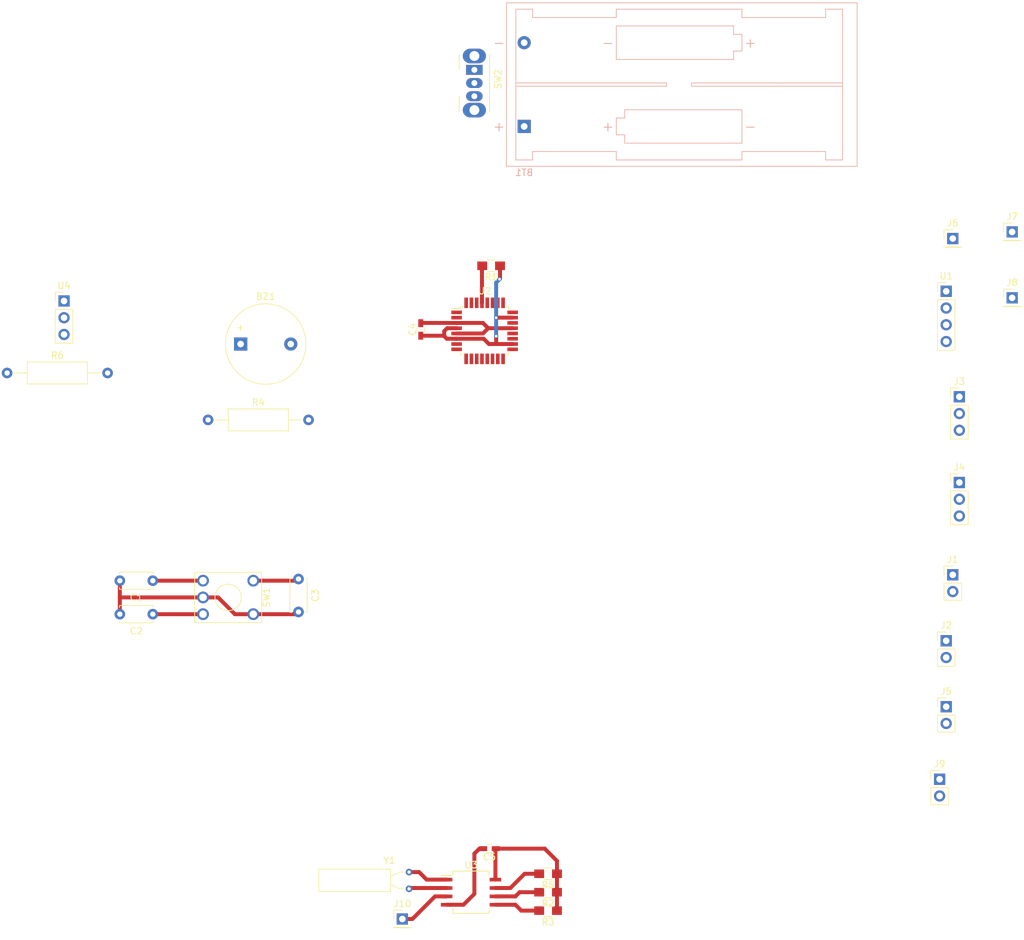
<source format=kicad_pcb>
(kicad_pcb (version 4) (host pcbnew 4.0.7)

  (general
    (links 68)
    (no_connects 41)
    (area 0 0 0 0)
    (thickness 1.6)
    (drawings 0)
    (tracks 73)
    (zones 0)
    (modules 30)
    (nets 34)
  )

  (page A4)
  (layers
    (0 F.Cu signal)
    (31 B.Cu signal)
    (32 B.Adhes user)
    (33 F.Adhes user)
    (34 B.Paste user)
    (35 F.Paste user)
    (36 B.SilkS user)
    (37 F.SilkS user)
    (38 B.Mask user)
    (39 F.Mask user)
    (40 Dwgs.User user)
    (41 Cmts.User user)
    (42 Eco1.User user)
    (43 Eco2.User user)
    (44 Edge.Cuts user)
    (45 Margin user)
    (46 B.CrtYd user)
    (47 F.CrtYd user)
    (48 B.Fab user)
    (49 F.Fab user)
  )

  (setup
    (last_trace_width 0.6)
    (trace_clearance 0.15)
    (zone_clearance 0.508)
    (zone_45_only no)
    (trace_min 0.2)
    (segment_width 0.2)
    (edge_width 0.15)
    (via_size 0.6)
    (via_drill 0.4)
    (via_min_size 0.4)
    (via_min_drill 0.3)
    (uvia_size 0.3)
    (uvia_drill 0.1)
    (uvias_allowed no)
    (uvia_min_size 0.2)
    (uvia_min_drill 0.1)
    (pcb_text_width 0.3)
    (pcb_text_size 1.5 1.5)
    (mod_edge_width 0.15)
    (mod_text_size 1 1)
    (mod_text_width 0.15)
    (pad_size 1.524 1.524)
    (pad_drill 0.762)
    (pad_to_mask_clearance 0.2)
    (aux_axis_origin 0 0)
    (visible_elements FFFFFF7F)
    (pcbplotparams
      (layerselection 0x00030_80000001)
      (usegerberextensions false)
      (excludeedgelayer true)
      (linewidth 0.100000)
      (plotframeref false)
      (viasonmask false)
      (mode 1)
      (useauxorigin false)
      (hpglpennumber 1)
      (hpglpenspeed 20)
      (hpglpendiameter 15)
      (hpglpenoverlay 2)
      (psnegative false)
      (psa4output false)
      (plotreference true)
      (plotvalue true)
      (plotinvisibletext false)
      (padsonsilk false)
      (subtractmaskfromsilk false)
      (outputformat 1)
      (mirror false)
      (drillshape 1)
      (scaleselection 1)
      (outputdirectory ""))
  )

  (net 0 "")
  (net 1 "Net-(BT1-Pad1)")
  (net 2 GND)
  (net 3 "Net-(BZ1-Pad1)")
  (net 4 BUZZER_B)
  (net 5 A)
  (net 6 B)
  (net 7 SW)
  (net 8 +3V3)
  (net 9 "Net-(J1-Pad1)")
  (net 10 "Net-(J1-Pad2)")
  (net 11 "Net-(J2-Pad1)")
  (net 12 "Net-(J2-Pad2)")
  (net 13 "Net-(J3-Pad1)")
  (net 14 "Net-(J3-Pad2)")
  (net 15 "Net-(J3-Pad3)")
  (net 16 "Net-(J4-Pad1)")
  (net 17 "Net-(J4-Pad2)")
  (net 18 "Net-(J4-Pad3)")
  (net 19 "Net-(J5-Pad1)")
  (net 20 "Net-(J5-Pad2)")
  (net 21 "Net-(J6-Pad1)")
  (net 22 "Net-(J7-Pad1)")
  (net 23 "Net-(J8-Pad1)")
  (net 24 "Net-(J10-Pad1)")
  (net 25 SCL)
  (net 26 SDA)
  (net 27 BUZZER_A)
  (net 28 SQW_1HZ)
  (net 29 "Net-(SW2-Pad3)")
  (net 30 TEMP_SENSOR)
  (net 31 "Net-(U2-Pad20)")
  (net 32 "Net-(U3-Pad1)")
  (net 33 "Net-(U3-Pad2)")

  (net_class Default "Ceci est la Netclass par défaut"
    (clearance 0.15)
    (trace_width 0.6)
    (via_dia 0.6)
    (via_drill 0.4)
    (uvia_dia 0.3)
    (uvia_drill 0.1)
    (add_net +3V3)
    (add_net A)
    (add_net B)
    (add_net BUZZER_A)
    (add_net BUZZER_B)
    (add_net GND)
    (add_net "Net-(BT1-Pad1)")
    (add_net "Net-(BZ1-Pad1)")
    (add_net "Net-(J1-Pad1)")
    (add_net "Net-(J1-Pad2)")
    (add_net "Net-(J10-Pad1)")
    (add_net "Net-(J2-Pad1)")
    (add_net "Net-(J2-Pad2)")
    (add_net "Net-(J3-Pad1)")
    (add_net "Net-(J3-Pad2)")
    (add_net "Net-(J3-Pad3)")
    (add_net "Net-(J4-Pad1)")
    (add_net "Net-(J4-Pad2)")
    (add_net "Net-(J4-Pad3)")
    (add_net "Net-(J5-Pad1)")
    (add_net "Net-(J5-Pad2)")
    (add_net "Net-(J6-Pad1)")
    (add_net "Net-(J7-Pad1)")
    (add_net "Net-(J8-Pad1)")
    (add_net "Net-(SW2-Pad3)")
    (add_net "Net-(U2-Pad20)")
    (add_net "Net-(U3-Pad1)")
    (add_net "Net-(U3-Pad2)")
    (add_net SCL)
    (add_net SDA)
    (add_net SQW_1HZ)
    (add_net SW)
    (add_net TEMP_SENSOR)
  )

  (module Battery_Holders:Keystone_2468_2xAAA (layer B.Cu) (tedit 57A87332) (tstamp 5BDED2A4)
    (at 147 51)
    (descr "2xAAA cell battery holder, Keystone P/N 2468")
    (tags "AAA battery cell holder")
    (path /5BDF5086)
    (fp_text reference BT1 (at 0 7 180) (layer B.SilkS)
      (effects (font (size 1 1) (thickness 0.15)) (justify mirror))
    )
    (fp_text value Battery (at 24.95 -7.8) (layer B.Fab)
      (effects (font (size 1 1) (thickness 0.15)) (justify mirror))
    )
    (fp_text user - (at 34.29 0) (layer B.SilkS)
      (effects (font (size 1.5 1.5) (thickness 0.15)) (justify mirror))
    )
    (fp_text user + (at 12.7 0) (layer B.SilkS)
      (effects (font (size 1.5 1.5) (thickness 0.15)) (justify mirror))
    )
    (fp_line (start 50.9 -19.15) (end 50.9 6.45) (layer B.CrtYd) (width 0.05))
    (fp_line (start -3.1 -19.15) (end 50.9 -19.15) (layer B.CrtYd) (width 0.05))
    (fp_line (start -3.1 6.45) (end -3.1 -19.15) (layer B.CrtYd) (width 0.05))
    (fp_line (start 50.9 6.45) (end -3.1 6.45) (layer B.CrtYd) (width 0.05))
    (fp_line (start 50.5 -18.75) (end 50.5 6.05) (layer B.SilkS) (width 0.12))
    (fp_line (start -2.7 -18.75) (end 50.5 -18.75) (layer B.SilkS) (width 0.12))
    (fp_line (start -2.7 6.05) (end -2.7 -18.75) (layer B.SilkS) (width 0.12))
    (fp_line (start 50.5 6.05) (end -2.7 6.05) (layer B.SilkS) (width 0.12))
    (fp_line (start 13.97 -15.24) (end 13.97 -10.16) (layer B.SilkS) (width 0.12))
    (fp_line (start 13.97 -10.16) (end 31.75 -10.16) (layer B.SilkS) (width 0.12))
    (fp_line (start 31.75 -10.16) (end 31.75 -11.43) (layer B.SilkS) (width 0.12))
    (fp_line (start 31.75 -11.43) (end 33.02 -11.43) (layer B.SilkS) (width 0.12))
    (fp_line (start 33.02 -11.43) (end 33.02 -13.97) (layer B.SilkS) (width 0.12))
    (fp_line (start 33.02 -13.97) (end 31.75 -13.97) (layer B.SilkS) (width 0.12))
    (fp_line (start 31.75 -13.97) (end 31.75 -15.24) (layer B.SilkS) (width 0.12))
    (fp_line (start 31.75 -15.24) (end 13.97 -15.24) (layer B.SilkS) (width 0.12))
    (fp_line (start 33.02 1.27) (end 33.02 -2.54) (layer B.SilkS) (width 0.12))
    (fp_line (start 33.02 -2.54) (end 15.24 -2.54) (layer B.SilkS) (width 0.12))
    (fp_line (start 15.24 -2.54) (end 15.24 -1.27) (layer B.SilkS) (width 0.12))
    (fp_line (start 15.24 -1.27) (end 13.97 -1.27) (layer B.SilkS) (width 0.12))
    (fp_line (start 13.97 -1.27) (end 13.97 1.27) (layer B.SilkS) (width 0.12))
    (fp_line (start 13.97 1.27) (end 15.24 1.27) (layer B.SilkS) (width 0.12))
    (fp_line (start 15.24 1.27) (end 15.24 2.54) (layer B.SilkS) (width 0.12))
    (fp_line (start 15.24 2.54) (end 33.02 2.54) (layer B.SilkS) (width 0.12))
    (fp_line (start 33.02 2.54) (end 33.02 1.27) (layer B.SilkS) (width 0.12))
    (fp_line (start -1.27 -6.096) (end 21.59 -6.096) (layer B.SilkS) (width 0.12))
    (fp_line (start 21.59 -6.096) (end 21.59 -6.604) (layer B.SilkS) (width 0.12))
    (fp_line (start 21.59 -6.604) (end -1.27 -6.604) (layer B.SilkS) (width 0.12))
    (fp_line (start 48.26 -6.096) (end 25.4 -6.096) (layer B.SilkS) (width 0.12))
    (fp_line (start 25.4 -6.096) (end 25.4 -6.604) (layer B.SilkS) (width 0.12))
    (fp_line (start 25.4 -6.604) (end 48.26 -6.604) (layer B.SilkS) (width 0.12))
    (fp_line (start 13.97 -16.51) (end 13.97 -17.78) (layer B.SilkS) (width 0.12))
    (fp_line (start 13.97 -17.78) (end 33.02 -17.78) (layer B.SilkS) (width 0.12))
    (fp_line (start 33.02 -17.78) (end 33.02 -16.51) (layer B.SilkS) (width 0.12))
    (fp_line (start 45.72 3.81) (end 33.02 3.81) (layer B.SilkS) (width 0.12))
    (fp_line (start 33.02 3.81) (end 33.02 5.08) (layer B.SilkS) (width 0.12))
    (fp_line (start 33.02 5.08) (end 13.97 5.08) (layer B.SilkS) (width 0.12))
    (fp_line (start 13.97 5.08) (end 13.97 3.81) (layer B.SilkS) (width 0.12))
    (fp_line (start 45.72 -16.51) (end 33.02 -16.51) (layer B.SilkS) (width 0.12))
    (fp_line (start 1.27 3.81) (end 13.97 3.81) (layer B.SilkS) (width 0.12))
    (fp_line (start 1.27 3.81) (end 1.27 5.08) (layer B.SilkS) (width 0.12))
    (fp_line (start 1.27 5.08) (end -1.27 5.08) (layer B.SilkS) (width 0.12))
    (fp_line (start -1.27 5.08) (end -1.27 -17.78) (layer B.SilkS) (width 0.12))
    (fp_line (start -1.27 -17.78) (end 1.27 -17.78) (layer B.SilkS) (width 0.12))
    (fp_line (start 1.27 -17.78) (end 1.27 -16.51) (layer B.SilkS) (width 0.12))
    (fp_line (start 1.27 -16.51) (end 13.97 -16.51) (layer B.SilkS) (width 0.12))
    (fp_line (start 48.26 5.08) (end 45.72 5.08) (layer B.SilkS) (width 0.12))
    (fp_line (start 45.72 5.08) (end 45.72 3.81) (layer B.SilkS) (width 0.12))
    (fp_line (start 48.26 5.08) (end 48.26 -17.78) (layer B.SilkS) (width 0.12))
    (fp_line (start 48.26 -17.78) (end 45.72 -17.78) (layer B.SilkS) (width 0.12))
    (fp_line (start 45.72 -17.78) (end 45.72 -16.51) (layer B.SilkS) (width 0.12))
    (fp_line (start -2.6 -18.65) (end -2.6 -6.35) (layer B.Fab) (width 0.1))
    (fp_line (start 50.4 -18.65) (end 50.4 5.95) (layer B.Fab) (width 0.1))
    (fp_line (start -2.6 -18.65) (end 50.4 -18.65) (layer B.Fab) (width 0.1))
    (fp_line (start -2.6 -6.35) (end -2.6 5.95) (layer B.Fab) (width 0.1))
    (fp_line (start -2.6 5.95) (end 50.4 5.95) (layer B.Fab) (width 0.1))
    (fp_text user + (at 34.29 -12.7) (layer B.SilkS)
      (effects (font (size 1.5 1.5) (thickness 0.15)) (justify mirror))
    )
    (fp_text user - (at 12.7 -12.7) (layer B.SilkS)
      (effects (font (size 1.5 1.5) (thickness 0.15)) (justify mirror))
    )
    (fp_text user + (at -3.81 0) (layer B.SilkS)
      (effects (font (size 1.5 1.5) (thickness 0.15)) (justify mirror))
    )
    (fp_text user - (at -3.81 -12.7) (layer B.SilkS)
      (effects (font (size 1.5 1.5) (thickness 0.15)) (justify mirror))
    )
    (pad 1 thru_hole rect (at 0 0) (size 2 2) (drill 1.02) (layers *.Cu *.Mask)
      (net 1 "Net-(BT1-Pad1)"))
    (pad 2 thru_hole circle (at 0 -12.7) (size 2 2) (drill 1.02) (layers *.Cu *.Mask)
      (net 2 GND))
    (pad "" np_thru_hole circle (at 8.636 -8.6995) (size 3.5 3.5) (drill 3.5) (layers *.Cu *.Mask))
    (pad "" np_thru_hole circle (at 38.608 -3.9624) (size 3.5 3.5) (drill 3.5) (layers *.Cu *.Mask))
  )

  (module Buzzers_Beepers:Buzzer_12x9.5RM7.6 (layer F.Cu) (tedit 58B1A329) (tstamp 5BDED2AA)
    (at 104 84)
    (descr "Generic Buzzer, D12mm height 9.5mm with RM7.6mm")
    (tags buzzer)
    (path /5BDEBC13)
    (fp_text reference BZ1 (at 3.8 -7.2) (layer F.SilkS)
      (effects (font (size 1 1) (thickness 0.15)))
    )
    (fp_text value Buzzer (at 3.8 7.4) (layer F.Fab)
      (effects (font (size 1 1) (thickness 0.15)))
    )
    (fp_text user + (at -0.01 -2.54) (layer F.Fab)
      (effects (font (size 1 1) (thickness 0.15)))
    )
    (fp_text user + (at -0.01 -2.54) (layer F.SilkS)
      (effects (font (size 1 1) (thickness 0.15)))
    )
    (fp_text user %R (at 3.8 -4) (layer F.Fab)
      (effects (font (size 1 1) (thickness 0.15)))
    )
    (fp_circle (center 3.8 0) (end 10.05 0) (layer F.CrtYd) (width 0.05))
    (fp_circle (center 3.8 0) (end 9.8 0) (layer F.Fab) (width 0.1))
    (fp_circle (center 3.8 0) (end 4.8 0) (layer F.Fab) (width 0.1))
    (fp_circle (center 3.8 0) (end 9.9 0) (layer F.SilkS) (width 0.12))
    (pad 1 thru_hole rect (at 0 0) (size 2 2) (drill 1) (layers *.Cu *.Mask)
      (net 3 "Net-(BZ1-Pad1)"))
    (pad 2 thru_hole circle (at 7.6 0) (size 2 2) (drill 1) (layers *.Cu *.Mask)
      (net 4 BUZZER_B))
    (model ${KISYS3DMOD}/Buzzers_Beepers.3dshapes/Buzzer_12x9.5RM7.6.wrl
      (at (xyz 0.15 0 0))
      (scale (xyz 4 4 4))
      (rotate (xyz 0 0 0))
    )
  )

  (module Capacitors_THT:C_Disc_D5.0mm_W2.5mm_P5.00mm (layer F.Cu) (tedit 597BC7C2) (tstamp 5BDED2B0)
    (at 90.678 119.888 180)
    (descr "C, Disc series, Radial, pin pitch=5.00mm, , diameter*width=5*2.5mm^2, Capacitor, http://cdn-reichelt.de/documents/datenblatt/B300/DS_KERKO_TC.pdf")
    (tags "C Disc series Radial pin pitch 5.00mm  diameter 5mm width 2.5mm Capacitor")
    (path /5BDEE294)
    (fp_text reference C1 (at 2.5 -2.56 180) (layer F.SilkS)
      (effects (font (size 1 1) (thickness 0.15)))
    )
    (fp_text value 100nF (at 2.5 2.56 180) (layer F.Fab)
      (effects (font (size 1 1) (thickness 0.15)))
    )
    (fp_line (start 0 -1.25) (end 0 1.25) (layer F.Fab) (width 0.1))
    (fp_line (start 0 1.25) (end 5 1.25) (layer F.Fab) (width 0.1))
    (fp_line (start 5 1.25) (end 5 -1.25) (layer F.Fab) (width 0.1))
    (fp_line (start 5 -1.25) (end 0 -1.25) (layer F.Fab) (width 0.1))
    (fp_line (start -0.06 -1.31) (end 5.06 -1.31) (layer F.SilkS) (width 0.12))
    (fp_line (start -0.06 1.31) (end 5.06 1.31) (layer F.SilkS) (width 0.12))
    (fp_line (start -0.06 -1.31) (end -0.06 -0.996) (layer F.SilkS) (width 0.12))
    (fp_line (start -0.06 0.996) (end -0.06 1.31) (layer F.SilkS) (width 0.12))
    (fp_line (start 5.06 -1.31) (end 5.06 -0.996) (layer F.SilkS) (width 0.12))
    (fp_line (start 5.06 0.996) (end 5.06 1.31) (layer F.SilkS) (width 0.12))
    (fp_line (start -1.05 -1.6) (end -1.05 1.6) (layer F.CrtYd) (width 0.05))
    (fp_line (start -1.05 1.6) (end 6.05 1.6) (layer F.CrtYd) (width 0.05))
    (fp_line (start 6.05 1.6) (end 6.05 -1.6) (layer F.CrtYd) (width 0.05))
    (fp_line (start 6.05 -1.6) (end -1.05 -1.6) (layer F.CrtYd) (width 0.05))
    (fp_text user %R (at 2.5 0 180) (layer F.Fab)
      (effects (font (size 1 1) (thickness 0.15)))
    )
    (pad 1 thru_hole circle (at 0 0 180) (size 1.6 1.6) (drill 0.8) (layers *.Cu *.Mask)
      (net 5 A))
    (pad 2 thru_hole circle (at 5 0 180) (size 1.6 1.6) (drill 0.8) (layers *.Cu *.Mask)
      (net 2 GND))
    (model ${KISYS3DMOD}/Capacitors_THT.3dshapes/C_Disc_D5.0mm_W2.5mm_P5.00mm.wrl
      (at (xyz 0 0 0))
      (scale (xyz 1 1 1))
      (rotate (xyz 0 0 0))
    )
  )

  (module Capacitors_THT:C_Disc_D5.0mm_W2.5mm_P5.00mm (layer F.Cu) (tedit 597BC7C2) (tstamp 5BDED2B6)
    (at 90.678 124.968 180)
    (descr "C, Disc series, Radial, pin pitch=5.00mm, , diameter*width=5*2.5mm^2, Capacitor, http://cdn-reichelt.de/documents/datenblatt/B300/DS_KERKO_TC.pdf")
    (tags "C Disc series Radial pin pitch 5.00mm  diameter 5mm width 2.5mm Capacitor")
    (path /5BDEE25D)
    (fp_text reference C2 (at 2.5 -2.56 180) (layer F.SilkS)
      (effects (font (size 1 1) (thickness 0.15)))
    )
    (fp_text value 100nF (at 2.5 2.56 180) (layer F.Fab)
      (effects (font (size 1 1) (thickness 0.15)))
    )
    (fp_line (start 0 -1.25) (end 0 1.25) (layer F.Fab) (width 0.1))
    (fp_line (start 0 1.25) (end 5 1.25) (layer F.Fab) (width 0.1))
    (fp_line (start 5 1.25) (end 5 -1.25) (layer F.Fab) (width 0.1))
    (fp_line (start 5 -1.25) (end 0 -1.25) (layer F.Fab) (width 0.1))
    (fp_line (start -0.06 -1.31) (end 5.06 -1.31) (layer F.SilkS) (width 0.12))
    (fp_line (start -0.06 1.31) (end 5.06 1.31) (layer F.SilkS) (width 0.12))
    (fp_line (start -0.06 -1.31) (end -0.06 -0.996) (layer F.SilkS) (width 0.12))
    (fp_line (start -0.06 0.996) (end -0.06 1.31) (layer F.SilkS) (width 0.12))
    (fp_line (start 5.06 -1.31) (end 5.06 -0.996) (layer F.SilkS) (width 0.12))
    (fp_line (start 5.06 0.996) (end 5.06 1.31) (layer F.SilkS) (width 0.12))
    (fp_line (start -1.05 -1.6) (end -1.05 1.6) (layer F.CrtYd) (width 0.05))
    (fp_line (start -1.05 1.6) (end 6.05 1.6) (layer F.CrtYd) (width 0.05))
    (fp_line (start 6.05 1.6) (end 6.05 -1.6) (layer F.CrtYd) (width 0.05))
    (fp_line (start 6.05 -1.6) (end -1.05 -1.6) (layer F.CrtYd) (width 0.05))
    (fp_text user %R (at 2.5 0 180) (layer F.Fab)
      (effects (font (size 1 1) (thickness 0.15)))
    )
    (pad 1 thru_hole circle (at 0 0 180) (size 1.6 1.6) (drill 0.8) (layers *.Cu *.Mask)
      (net 6 B))
    (pad 2 thru_hole circle (at 5 0 180) (size 1.6 1.6) (drill 0.8) (layers *.Cu *.Mask)
      (net 2 GND))
    (model ${KISYS3DMOD}/Capacitors_THT.3dshapes/C_Disc_D5.0mm_W2.5mm_P5.00mm.wrl
      (at (xyz 0 0 0))
      (scale (xyz 1 1 1))
      (rotate (xyz 0 0 0))
    )
  )

  (module Capacitors_THT:C_Disc_D5.0mm_W2.5mm_P5.00mm (layer F.Cu) (tedit 597BC7C2) (tstamp 5BDED2BC)
    (at 112.776 119.634 270)
    (descr "C, Disc series, Radial, pin pitch=5.00mm, , diameter*width=5*2.5mm^2, Capacitor, http://cdn-reichelt.de/documents/datenblatt/B300/DS_KERKO_TC.pdf")
    (tags "C Disc series Radial pin pitch 5.00mm  diameter 5mm width 2.5mm Capacitor")
    (path /5BDEE16B)
    (fp_text reference C3 (at 2.5 -2.56 270) (layer F.SilkS)
      (effects (font (size 1 1) (thickness 0.15)))
    )
    (fp_text value 100nF (at 2.5 2.56 270) (layer F.Fab)
      (effects (font (size 1 1) (thickness 0.15)))
    )
    (fp_line (start 0 -1.25) (end 0 1.25) (layer F.Fab) (width 0.1))
    (fp_line (start 0 1.25) (end 5 1.25) (layer F.Fab) (width 0.1))
    (fp_line (start 5 1.25) (end 5 -1.25) (layer F.Fab) (width 0.1))
    (fp_line (start 5 -1.25) (end 0 -1.25) (layer F.Fab) (width 0.1))
    (fp_line (start -0.06 -1.31) (end 5.06 -1.31) (layer F.SilkS) (width 0.12))
    (fp_line (start -0.06 1.31) (end 5.06 1.31) (layer F.SilkS) (width 0.12))
    (fp_line (start -0.06 -1.31) (end -0.06 -0.996) (layer F.SilkS) (width 0.12))
    (fp_line (start -0.06 0.996) (end -0.06 1.31) (layer F.SilkS) (width 0.12))
    (fp_line (start 5.06 -1.31) (end 5.06 -0.996) (layer F.SilkS) (width 0.12))
    (fp_line (start 5.06 0.996) (end 5.06 1.31) (layer F.SilkS) (width 0.12))
    (fp_line (start -1.05 -1.6) (end -1.05 1.6) (layer F.CrtYd) (width 0.05))
    (fp_line (start -1.05 1.6) (end 6.05 1.6) (layer F.CrtYd) (width 0.05))
    (fp_line (start 6.05 1.6) (end 6.05 -1.6) (layer F.CrtYd) (width 0.05))
    (fp_line (start 6.05 -1.6) (end -1.05 -1.6) (layer F.CrtYd) (width 0.05))
    (fp_text user %R (at 2.5 0 270) (layer F.Fab)
      (effects (font (size 1 1) (thickness 0.15)))
    )
    (pad 1 thru_hole circle (at 0 0 270) (size 1.6 1.6) (drill 0.8) (layers *.Cu *.Mask)
      (net 7 SW))
    (pad 2 thru_hole circle (at 5 0 270) (size 1.6 1.6) (drill 0.8) (layers *.Cu *.Mask)
      (net 2 GND))
    (model ${KISYS3DMOD}/Capacitors_THT.3dshapes/C_Disc_D5.0mm_W2.5mm_P5.00mm.wrl
      (at (xyz 0 0 0))
      (scale (xyz 1 1 1))
      (rotate (xyz 0 0 0))
    )
  )

  (module Capacitors_SMD:C_0603_HandSoldering (layer F.Cu) (tedit 58AA848B) (tstamp 5BDED2C2)
    (at 131.318 81.788 90)
    (descr "Capacitor SMD 0603, hand soldering")
    (tags "capacitor 0603")
    (path /5BDF8247)
    (attr smd)
    (fp_text reference C4 (at 0 -1.25 90) (layer F.SilkS)
      (effects (font (size 1 1) (thickness 0.15)))
    )
    (fp_text value 10nF (at 0 1.5 90) (layer F.Fab)
      (effects (font (size 1 1) (thickness 0.15)))
    )
    (fp_text user %R (at 0 -1.25 90) (layer F.Fab)
      (effects (font (size 1 1) (thickness 0.15)))
    )
    (fp_line (start -0.8 0.4) (end -0.8 -0.4) (layer F.Fab) (width 0.1))
    (fp_line (start 0.8 0.4) (end -0.8 0.4) (layer F.Fab) (width 0.1))
    (fp_line (start 0.8 -0.4) (end 0.8 0.4) (layer F.Fab) (width 0.1))
    (fp_line (start -0.8 -0.4) (end 0.8 -0.4) (layer F.Fab) (width 0.1))
    (fp_line (start -0.35 -0.6) (end 0.35 -0.6) (layer F.SilkS) (width 0.12))
    (fp_line (start 0.35 0.6) (end -0.35 0.6) (layer F.SilkS) (width 0.12))
    (fp_line (start -1.8 -0.65) (end 1.8 -0.65) (layer F.CrtYd) (width 0.05))
    (fp_line (start -1.8 -0.65) (end -1.8 0.65) (layer F.CrtYd) (width 0.05))
    (fp_line (start 1.8 0.65) (end 1.8 -0.65) (layer F.CrtYd) (width 0.05))
    (fp_line (start 1.8 0.65) (end -1.8 0.65) (layer F.CrtYd) (width 0.05))
    (pad 1 smd rect (at -0.95 0 90) (size 1.2 0.75) (layers F.Cu F.Paste F.Mask)
      (net 8 +3V3))
    (pad 2 smd rect (at 0.95 0 90) (size 1.2 0.75) (layers F.Cu F.Paste F.Mask)
      (net 2 GND))
    (model Capacitors_SMD.3dshapes/C_0603.wrl
      (at (xyz 0 0 0))
      (scale (xyz 1 1 1))
      (rotate (xyz 0 0 0))
    )
  )

  (module Capacitors_SMD:C_0603_HandSoldering (layer F.Cu) (tedit 58AA848B) (tstamp 5BDED2C8)
    (at 141.732 160.528 180)
    (descr "Capacitor SMD 0603, hand soldering")
    (tags "capacitor 0603")
    (path /5BDF627E)
    (attr smd)
    (fp_text reference C5 (at 0 -1.25 180) (layer F.SilkS)
      (effects (font (size 1 1) (thickness 0.15)))
    )
    (fp_text value 10nF (at 0 1.5 180) (layer F.Fab)
      (effects (font (size 1 1) (thickness 0.15)))
    )
    (fp_text user %R (at 0 -1.25 180) (layer F.Fab)
      (effects (font (size 1 1) (thickness 0.15)))
    )
    (fp_line (start -0.8 0.4) (end -0.8 -0.4) (layer F.Fab) (width 0.1))
    (fp_line (start 0.8 0.4) (end -0.8 0.4) (layer F.Fab) (width 0.1))
    (fp_line (start 0.8 -0.4) (end 0.8 0.4) (layer F.Fab) (width 0.1))
    (fp_line (start -0.8 -0.4) (end 0.8 -0.4) (layer F.Fab) (width 0.1))
    (fp_line (start -0.35 -0.6) (end 0.35 -0.6) (layer F.SilkS) (width 0.12))
    (fp_line (start 0.35 0.6) (end -0.35 0.6) (layer F.SilkS) (width 0.12))
    (fp_line (start -1.8 -0.65) (end 1.8 -0.65) (layer F.CrtYd) (width 0.05))
    (fp_line (start -1.8 -0.65) (end -1.8 0.65) (layer F.CrtYd) (width 0.05))
    (fp_line (start 1.8 0.65) (end 1.8 -0.65) (layer F.CrtYd) (width 0.05))
    (fp_line (start 1.8 0.65) (end -1.8 0.65) (layer F.CrtYd) (width 0.05))
    (pad 1 smd rect (at -0.95 0 180) (size 1.2 0.75) (layers F.Cu F.Paste F.Mask)
      (net 8 +3V3))
    (pad 2 smd rect (at 0.95 0 180) (size 1.2 0.75) (layers F.Cu F.Paste F.Mask)
      (net 2 GND))
    (model Capacitors_SMD.3dshapes/C_0603.wrl
      (at (xyz 0 0 0))
      (scale (xyz 1 1 1))
      (rotate (xyz 0 0 0))
    )
  )

  (module Pin_Headers:Pin_Header_Straight_1x02_Pitch2.54mm (layer F.Cu) (tedit 59650532) (tstamp 5BDED2CE)
    (at 212 119)
    (descr "Through hole straight pin header, 1x02, 2.54mm pitch, single row")
    (tags "Through hole pin header THT 1x02 2.54mm single row")
    (path /5BDF26B7)
    (fp_text reference J1 (at 0 -2.33) (layer F.SilkS)
      (effects (font (size 1 1) (thickness 0.15)))
    )
    (fp_text value ADC (at 0 4.87) (layer F.Fab)
      (effects (font (size 1 1) (thickness 0.15)))
    )
    (fp_line (start -0.635 -1.27) (end 1.27 -1.27) (layer F.Fab) (width 0.1))
    (fp_line (start 1.27 -1.27) (end 1.27 3.81) (layer F.Fab) (width 0.1))
    (fp_line (start 1.27 3.81) (end -1.27 3.81) (layer F.Fab) (width 0.1))
    (fp_line (start -1.27 3.81) (end -1.27 -0.635) (layer F.Fab) (width 0.1))
    (fp_line (start -1.27 -0.635) (end -0.635 -1.27) (layer F.Fab) (width 0.1))
    (fp_line (start -1.33 3.87) (end 1.33 3.87) (layer F.SilkS) (width 0.12))
    (fp_line (start -1.33 1.27) (end -1.33 3.87) (layer F.SilkS) (width 0.12))
    (fp_line (start 1.33 1.27) (end 1.33 3.87) (layer F.SilkS) (width 0.12))
    (fp_line (start -1.33 1.27) (end 1.33 1.27) (layer F.SilkS) (width 0.12))
    (fp_line (start -1.33 0) (end -1.33 -1.33) (layer F.SilkS) (width 0.12))
    (fp_line (start -1.33 -1.33) (end 0 -1.33) (layer F.SilkS) (width 0.12))
    (fp_line (start -1.8 -1.8) (end -1.8 4.35) (layer F.CrtYd) (width 0.05))
    (fp_line (start -1.8 4.35) (end 1.8 4.35) (layer F.CrtYd) (width 0.05))
    (fp_line (start 1.8 4.35) (end 1.8 -1.8) (layer F.CrtYd) (width 0.05))
    (fp_line (start 1.8 -1.8) (end -1.8 -1.8) (layer F.CrtYd) (width 0.05))
    (fp_text user %R (at 0 1.27 90) (layer F.Fab)
      (effects (font (size 1 1) (thickness 0.15)))
    )
    (pad 1 thru_hole rect (at 0 0) (size 1.7 1.7) (drill 1) (layers *.Cu *.Mask)
      (net 9 "Net-(J1-Pad1)"))
    (pad 2 thru_hole oval (at 0 2.54) (size 1.7 1.7) (drill 1) (layers *.Cu *.Mask)
      (net 10 "Net-(J1-Pad2)"))
    (model ${KISYS3DMOD}/Pin_Headers.3dshapes/Pin_Header_Straight_1x02_Pitch2.54mm.wrl
      (at (xyz 0 0 0))
      (scale (xyz 1 1 1))
      (rotate (xyz 0 0 0))
    )
  )

  (module Pin_Headers:Pin_Header_Straight_1x02_Pitch2.54mm (layer F.Cu) (tedit 59650532) (tstamp 5BDED2D4)
    (at 211 129)
    (descr "Through hole straight pin header, 1x02, 2.54mm pitch, single row")
    (tags "Through hole pin header THT 1x02 2.54mm single row")
    (path /5BDF2199)
    (fp_text reference J2 (at 0 -2.33) (layer F.SilkS)
      (effects (font (size 1 1) (thickness 0.15)))
    )
    (fp_text value OSC (at 0 4.87) (layer F.Fab)
      (effects (font (size 1 1) (thickness 0.15)))
    )
    (fp_line (start -0.635 -1.27) (end 1.27 -1.27) (layer F.Fab) (width 0.1))
    (fp_line (start 1.27 -1.27) (end 1.27 3.81) (layer F.Fab) (width 0.1))
    (fp_line (start 1.27 3.81) (end -1.27 3.81) (layer F.Fab) (width 0.1))
    (fp_line (start -1.27 3.81) (end -1.27 -0.635) (layer F.Fab) (width 0.1))
    (fp_line (start -1.27 -0.635) (end -0.635 -1.27) (layer F.Fab) (width 0.1))
    (fp_line (start -1.33 3.87) (end 1.33 3.87) (layer F.SilkS) (width 0.12))
    (fp_line (start -1.33 1.27) (end -1.33 3.87) (layer F.SilkS) (width 0.12))
    (fp_line (start 1.33 1.27) (end 1.33 3.87) (layer F.SilkS) (width 0.12))
    (fp_line (start -1.33 1.27) (end 1.33 1.27) (layer F.SilkS) (width 0.12))
    (fp_line (start -1.33 0) (end -1.33 -1.33) (layer F.SilkS) (width 0.12))
    (fp_line (start -1.33 -1.33) (end 0 -1.33) (layer F.SilkS) (width 0.12))
    (fp_line (start -1.8 -1.8) (end -1.8 4.35) (layer F.CrtYd) (width 0.05))
    (fp_line (start -1.8 4.35) (end 1.8 4.35) (layer F.CrtYd) (width 0.05))
    (fp_line (start 1.8 4.35) (end 1.8 -1.8) (layer F.CrtYd) (width 0.05))
    (fp_line (start 1.8 -1.8) (end -1.8 -1.8) (layer F.CrtYd) (width 0.05))
    (fp_text user %R (at 0 1.27 90) (layer F.Fab)
      (effects (font (size 1 1) (thickness 0.15)))
    )
    (pad 1 thru_hole rect (at 0 0) (size 1.7 1.7) (drill 1) (layers *.Cu *.Mask)
      (net 11 "Net-(J2-Pad1)"))
    (pad 2 thru_hole oval (at 0 2.54) (size 1.7 1.7) (drill 1) (layers *.Cu *.Mask)
      (net 12 "Net-(J2-Pad2)"))
    (model ${KISYS3DMOD}/Pin_Headers.3dshapes/Pin_Header_Straight_1x02_Pitch2.54mm.wrl
      (at (xyz 0 0 0))
      (scale (xyz 1 1 1))
      (rotate (xyz 0 0 0))
    )
  )

  (module Pin_Headers:Pin_Header_Straight_1x03_Pitch2.54mm (layer F.Cu) (tedit 59650532) (tstamp 5BDED2DB)
    (at 213 92)
    (descr "Through hole straight pin header, 1x03, 2.54mm pitch, single row")
    (tags "Through hole pin header THT 1x03 2.54mm single row")
    (path /5BDF1CDB)
    (fp_text reference J3 (at 0 -2.33) (layer F.SilkS)
      (effects (font (size 1 1) (thickness 0.15)))
    )
    (fp_text value SPI (at 0 7.41) (layer F.Fab)
      (effects (font (size 1 1) (thickness 0.15)))
    )
    (fp_line (start -0.635 -1.27) (end 1.27 -1.27) (layer F.Fab) (width 0.1))
    (fp_line (start 1.27 -1.27) (end 1.27 6.35) (layer F.Fab) (width 0.1))
    (fp_line (start 1.27 6.35) (end -1.27 6.35) (layer F.Fab) (width 0.1))
    (fp_line (start -1.27 6.35) (end -1.27 -0.635) (layer F.Fab) (width 0.1))
    (fp_line (start -1.27 -0.635) (end -0.635 -1.27) (layer F.Fab) (width 0.1))
    (fp_line (start -1.33 6.41) (end 1.33 6.41) (layer F.SilkS) (width 0.12))
    (fp_line (start -1.33 1.27) (end -1.33 6.41) (layer F.SilkS) (width 0.12))
    (fp_line (start 1.33 1.27) (end 1.33 6.41) (layer F.SilkS) (width 0.12))
    (fp_line (start -1.33 1.27) (end 1.33 1.27) (layer F.SilkS) (width 0.12))
    (fp_line (start -1.33 0) (end -1.33 -1.33) (layer F.SilkS) (width 0.12))
    (fp_line (start -1.33 -1.33) (end 0 -1.33) (layer F.SilkS) (width 0.12))
    (fp_line (start -1.8 -1.8) (end -1.8 6.85) (layer F.CrtYd) (width 0.05))
    (fp_line (start -1.8 6.85) (end 1.8 6.85) (layer F.CrtYd) (width 0.05))
    (fp_line (start 1.8 6.85) (end 1.8 -1.8) (layer F.CrtYd) (width 0.05))
    (fp_line (start 1.8 -1.8) (end -1.8 -1.8) (layer F.CrtYd) (width 0.05))
    (fp_text user %R (at 0 2.54 90) (layer F.Fab)
      (effects (font (size 1 1) (thickness 0.15)))
    )
    (pad 1 thru_hole rect (at 0 0) (size 1.7 1.7) (drill 1) (layers *.Cu *.Mask)
      (net 13 "Net-(J3-Pad1)"))
    (pad 2 thru_hole oval (at 0 2.54) (size 1.7 1.7) (drill 1) (layers *.Cu *.Mask)
      (net 14 "Net-(J3-Pad2)"))
    (pad 3 thru_hole oval (at 0 5.08) (size 1.7 1.7) (drill 1) (layers *.Cu *.Mask)
      (net 15 "Net-(J3-Pad3)"))
    (model ${KISYS3DMOD}/Pin_Headers.3dshapes/Pin_Header_Straight_1x03_Pitch2.54mm.wrl
      (at (xyz 0 0 0))
      (scale (xyz 1 1 1))
      (rotate (xyz 0 0 0))
    )
  )

  (module Pin_Headers:Pin_Header_Straight_1x03_Pitch2.54mm (layer F.Cu) (tedit 59650532) (tstamp 5BDED2E2)
    (at 213 105)
    (descr "Through hole straight pin header, 1x03, 2.54mm pitch, single row")
    (tags "Through hole pin header THT 1x03 2.54mm single row")
    (path /5BDF239A)
    (fp_text reference J4 (at 0 -2.33) (layer F.SilkS)
      (effects (font (size 1 1) (thickness 0.15)))
    )
    (fp_text value ADC (at 0 7.41) (layer F.Fab)
      (effects (font (size 1 1) (thickness 0.15)))
    )
    (fp_line (start -0.635 -1.27) (end 1.27 -1.27) (layer F.Fab) (width 0.1))
    (fp_line (start 1.27 -1.27) (end 1.27 6.35) (layer F.Fab) (width 0.1))
    (fp_line (start 1.27 6.35) (end -1.27 6.35) (layer F.Fab) (width 0.1))
    (fp_line (start -1.27 6.35) (end -1.27 -0.635) (layer F.Fab) (width 0.1))
    (fp_line (start -1.27 -0.635) (end -0.635 -1.27) (layer F.Fab) (width 0.1))
    (fp_line (start -1.33 6.41) (end 1.33 6.41) (layer F.SilkS) (width 0.12))
    (fp_line (start -1.33 1.27) (end -1.33 6.41) (layer F.SilkS) (width 0.12))
    (fp_line (start 1.33 1.27) (end 1.33 6.41) (layer F.SilkS) (width 0.12))
    (fp_line (start -1.33 1.27) (end 1.33 1.27) (layer F.SilkS) (width 0.12))
    (fp_line (start -1.33 0) (end -1.33 -1.33) (layer F.SilkS) (width 0.12))
    (fp_line (start -1.33 -1.33) (end 0 -1.33) (layer F.SilkS) (width 0.12))
    (fp_line (start -1.8 -1.8) (end -1.8 6.85) (layer F.CrtYd) (width 0.05))
    (fp_line (start -1.8 6.85) (end 1.8 6.85) (layer F.CrtYd) (width 0.05))
    (fp_line (start 1.8 6.85) (end 1.8 -1.8) (layer F.CrtYd) (width 0.05))
    (fp_line (start 1.8 -1.8) (end -1.8 -1.8) (layer F.CrtYd) (width 0.05))
    (fp_text user %R (at 0 2.54 90) (layer F.Fab)
      (effects (font (size 1 1) (thickness 0.15)))
    )
    (pad 1 thru_hole rect (at 0 0) (size 1.7 1.7) (drill 1) (layers *.Cu *.Mask)
      (net 16 "Net-(J4-Pad1)"))
    (pad 2 thru_hole oval (at 0 2.54) (size 1.7 1.7) (drill 1) (layers *.Cu *.Mask)
      (net 17 "Net-(J4-Pad2)"))
    (pad 3 thru_hole oval (at 0 5.08) (size 1.7 1.7) (drill 1) (layers *.Cu *.Mask)
      (net 18 "Net-(J4-Pad3)"))
    (model ${KISYS3DMOD}/Pin_Headers.3dshapes/Pin_Header_Straight_1x03_Pitch2.54mm.wrl
      (at (xyz 0 0 0))
      (scale (xyz 1 1 1))
      (rotate (xyz 0 0 0))
    )
  )

  (module Pin_Headers:Pin_Header_Straight_1x02_Pitch2.54mm (layer F.Cu) (tedit 59650532) (tstamp 5BDED2E8)
    (at 211 139)
    (descr "Through hole straight pin header, 1x02, 2.54mm pitch, single row")
    (tags "Through hole pin header THT 1x02 2.54mm single row")
    (path /5BDF19EA)
    (fp_text reference J5 (at 0 -2.33) (layer F.SilkS)
      (effects (font (size 1 1) (thickness 0.15)))
    )
    (fp_text value UART (at 0 4.87) (layer F.Fab)
      (effects (font (size 1 1) (thickness 0.15)))
    )
    (fp_line (start -0.635 -1.27) (end 1.27 -1.27) (layer F.Fab) (width 0.1))
    (fp_line (start 1.27 -1.27) (end 1.27 3.81) (layer F.Fab) (width 0.1))
    (fp_line (start 1.27 3.81) (end -1.27 3.81) (layer F.Fab) (width 0.1))
    (fp_line (start -1.27 3.81) (end -1.27 -0.635) (layer F.Fab) (width 0.1))
    (fp_line (start -1.27 -0.635) (end -0.635 -1.27) (layer F.Fab) (width 0.1))
    (fp_line (start -1.33 3.87) (end 1.33 3.87) (layer F.SilkS) (width 0.12))
    (fp_line (start -1.33 1.27) (end -1.33 3.87) (layer F.SilkS) (width 0.12))
    (fp_line (start 1.33 1.27) (end 1.33 3.87) (layer F.SilkS) (width 0.12))
    (fp_line (start -1.33 1.27) (end 1.33 1.27) (layer F.SilkS) (width 0.12))
    (fp_line (start -1.33 0) (end -1.33 -1.33) (layer F.SilkS) (width 0.12))
    (fp_line (start -1.33 -1.33) (end 0 -1.33) (layer F.SilkS) (width 0.12))
    (fp_line (start -1.8 -1.8) (end -1.8 4.35) (layer F.CrtYd) (width 0.05))
    (fp_line (start -1.8 4.35) (end 1.8 4.35) (layer F.CrtYd) (width 0.05))
    (fp_line (start 1.8 4.35) (end 1.8 -1.8) (layer F.CrtYd) (width 0.05))
    (fp_line (start 1.8 -1.8) (end -1.8 -1.8) (layer F.CrtYd) (width 0.05))
    (fp_text user %R (at 0 1.27 90) (layer F.Fab)
      (effects (font (size 1 1) (thickness 0.15)))
    )
    (pad 1 thru_hole rect (at 0 0) (size 1.7 1.7) (drill 1) (layers *.Cu *.Mask)
      (net 19 "Net-(J5-Pad1)"))
    (pad 2 thru_hole oval (at 0 2.54) (size 1.7 1.7) (drill 1) (layers *.Cu *.Mask)
      (net 20 "Net-(J5-Pad2)"))
    (model ${KISYS3DMOD}/Pin_Headers.3dshapes/Pin_Header_Straight_1x02_Pitch2.54mm.wrl
      (at (xyz 0 0 0))
      (scale (xyz 1 1 1))
      (rotate (xyz 0 0 0))
    )
  )

  (module Pin_Headers:Pin_Header_Straight_1x01_Pitch2.54mm (layer F.Cu) (tedit 59650532) (tstamp 5BDED2ED)
    (at 212 68)
    (descr "Through hole straight pin header, 1x01, 2.54mm pitch, single row")
    (tags "Through hole pin header THT 1x01 2.54mm single row")
    (path /5BDF2BD4)
    (fp_text reference J6 (at 0 -2.33) (layer F.SilkS)
      (effects (font (size 1 1) (thickness 0.15)))
    )
    (fp_text value RST (at 0 2.33) (layer F.Fab)
      (effects (font (size 1 1) (thickness 0.15)))
    )
    (fp_line (start -0.635 -1.27) (end 1.27 -1.27) (layer F.Fab) (width 0.1))
    (fp_line (start 1.27 -1.27) (end 1.27 1.27) (layer F.Fab) (width 0.1))
    (fp_line (start 1.27 1.27) (end -1.27 1.27) (layer F.Fab) (width 0.1))
    (fp_line (start -1.27 1.27) (end -1.27 -0.635) (layer F.Fab) (width 0.1))
    (fp_line (start -1.27 -0.635) (end -0.635 -1.27) (layer F.Fab) (width 0.1))
    (fp_line (start -1.33 1.33) (end 1.33 1.33) (layer F.SilkS) (width 0.12))
    (fp_line (start -1.33 1.27) (end -1.33 1.33) (layer F.SilkS) (width 0.12))
    (fp_line (start 1.33 1.27) (end 1.33 1.33) (layer F.SilkS) (width 0.12))
    (fp_line (start -1.33 1.27) (end 1.33 1.27) (layer F.SilkS) (width 0.12))
    (fp_line (start -1.33 0) (end -1.33 -1.33) (layer F.SilkS) (width 0.12))
    (fp_line (start -1.33 -1.33) (end 0 -1.33) (layer F.SilkS) (width 0.12))
    (fp_line (start -1.8 -1.8) (end -1.8 1.8) (layer F.CrtYd) (width 0.05))
    (fp_line (start -1.8 1.8) (end 1.8 1.8) (layer F.CrtYd) (width 0.05))
    (fp_line (start 1.8 1.8) (end 1.8 -1.8) (layer F.CrtYd) (width 0.05))
    (fp_line (start 1.8 -1.8) (end -1.8 -1.8) (layer F.CrtYd) (width 0.05))
    (fp_text user %R (at 0 0 90) (layer F.Fab)
      (effects (font (size 1 1) (thickness 0.15)))
    )
    (pad 1 thru_hole rect (at 0 0) (size 1.7 1.7) (drill 1) (layers *.Cu *.Mask)
      (net 21 "Net-(J6-Pad1)"))
    (model ${KISYS3DMOD}/Pin_Headers.3dshapes/Pin_Header_Straight_1x01_Pitch2.54mm.wrl
      (at (xyz 0 0 0))
      (scale (xyz 1 1 1))
      (rotate (xyz 0 0 0))
    )
  )

  (module Pin_Headers:Pin_Header_Straight_1x01_Pitch2.54mm (layer F.Cu) (tedit 59650532) (tstamp 5BDED2F2)
    (at 221 67)
    (descr "Through hole straight pin header, 1x01, 2.54mm pitch, single row")
    (tags "Through hole pin header THT 1x01 2.54mm single row")
    (path /5BDF3118)
    (fp_text reference J7 (at 0 -2.33) (layer F.SilkS)
      (effects (font (size 1 1) (thickness 0.15)))
    )
    (fp_text value INT1 (at 0 2.33) (layer F.Fab)
      (effects (font (size 1 1) (thickness 0.15)))
    )
    (fp_line (start -0.635 -1.27) (end 1.27 -1.27) (layer F.Fab) (width 0.1))
    (fp_line (start 1.27 -1.27) (end 1.27 1.27) (layer F.Fab) (width 0.1))
    (fp_line (start 1.27 1.27) (end -1.27 1.27) (layer F.Fab) (width 0.1))
    (fp_line (start -1.27 1.27) (end -1.27 -0.635) (layer F.Fab) (width 0.1))
    (fp_line (start -1.27 -0.635) (end -0.635 -1.27) (layer F.Fab) (width 0.1))
    (fp_line (start -1.33 1.33) (end 1.33 1.33) (layer F.SilkS) (width 0.12))
    (fp_line (start -1.33 1.27) (end -1.33 1.33) (layer F.SilkS) (width 0.12))
    (fp_line (start 1.33 1.27) (end 1.33 1.33) (layer F.SilkS) (width 0.12))
    (fp_line (start -1.33 1.27) (end 1.33 1.27) (layer F.SilkS) (width 0.12))
    (fp_line (start -1.33 0) (end -1.33 -1.33) (layer F.SilkS) (width 0.12))
    (fp_line (start -1.33 -1.33) (end 0 -1.33) (layer F.SilkS) (width 0.12))
    (fp_line (start -1.8 -1.8) (end -1.8 1.8) (layer F.CrtYd) (width 0.05))
    (fp_line (start -1.8 1.8) (end 1.8 1.8) (layer F.CrtYd) (width 0.05))
    (fp_line (start 1.8 1.8) (end 1.8 -1.8) (layer F.CrtYd) (width 0.05))
    (fp_line (start 1.8 -1.8) (end -1.8 -1.8) (layer F.CrtYd) (width 0.05))
    (fp_text user %R (at 0 0 90) (layer F.Fab)
      (effects (font (size 1 1) (thickness 0.15)))
    )
    (pad 1 thru_hole rect (at 0 0) (size 1.7 1.7) (drill 1) (layers *.Cu *.Mask)
      (net 22 "Net-(J7-Pad1)"))
    (model ${KISYS3DMOD}/Pin_Headers.3dshapes/Pin_Header_Straight_1x01_Pitch2.54mm.wrl
      (at (xyz 0 0 0))
      (scale (xyz 1 1 1))
      (rotate (xyz 0 0 0))
    )
  )

  (module Pin_Headers:Pin_Header_Straight_1x01_Pitch2.54mm (layer F.Cu) (tedit 59650532) (tstamp 5BDED2F7)
    (at 221 77)
    (descr "Through hole straight pin header, 1x01, 2.54mm pitch, single row")
    (tags "Through hole pin header THT 1x01 2.54mm single row")
    (path /5BDF34A6)
    (fp_text reference J8 (at 0 -2.33) (layer F.SilkS)
      (effects (font (size 1 1) (thickness 0.15)))
    )
    (fp_text value PD6 (at 0 2.33) (layer F.Fab)
      (effects (font (size 1 1) (thickness 0.15)))
    )
    (fp_line (start -0.635 -1.27) (end 1.27 -1.27) (layer F.Fab) (width 0.1))
    (fp_line (start 1.27 -1.27) (end 1.27 1.27) (layer F.Fab) (width 0.1))
    (fp_line (start 1.27 1.27) (end -1.27 1.27) (layer F.Fab) (width 0.1))
    (fp_line (start -1.27 1.27) (end -1.27 -0.635) (layer F.Fab) (width 0.1))
    (fp_line (start -1.27 -0.635) (end -0.635 -1.27) (layer F.Fab) (width 0.1))
    (fp_line (start -1.33 1.33) (end 1.33 1.33) (layer F.SilkS) (width 0.12))
    (fp_line (start -1.33 1.27) (end -1.33 1.33) (layer F.SilkS) (width 0.12))
    (fp_line (start 1.33 1.27) (end 1.33 1.33) (layer F.SilkS) (width 0.12))
    (fp_line (start -1.33 1.27) (end 1.33 1.27) (layer F.SilkS) (width 0.12))
    (fp_line (start -1.33 0) (end -1.33 -1.33) (layer F.SilkS) (width 0.12))
    (fp_line (start -1.33 -1.33) (end 0 -1.33) (layer F.SilkS) (width 0.12))
    (fp_line (start -1.8 -1.8) (end -1.8 1.8) (layer F.CrtYd) (width 0.05))
    (fp_line (start -1.8 1.8) (end 1.8 1.8) (layer F.CrtYd) (width 0.05))
    (fp_line (start 1.8 1.8) (end 1.8 -1.8) (layer F.CrtYd) (width 0.05))
    (fp_line (start 1.8 -1.8) (end -1.8 -1.8) (layer F.CrtYd) (width 0.05))
    (fp_text user %R (at 0 0 90) (layer F.Fab)
      (effects (font (size 1 1) (thickness 0.15)))
    )
    (pad 1 thru_hole rect (at 0 0) (size 1.7 1.7) (drill 1) (layers *.Cu *.Mask)
      (net 23 "Net-(J8-Pad1)"))
    (model ${KISYS3DMOD}/Pin_Headers.3dshapes/Pin_Header_Straight_1x01_Pitch2.54mm.wrl
      (at (xyz 0 0 0))
      (scale (xyz 1 1 1))
      (rotate (xyz 0 0 0))
    )
  )

  (module Pin_Headers:Pin_Header_Straight_1x02_Pitch2.54mm (layer F.Cu) (tedit 59650532) (tstamp 5BDED2FD)
    (at 210 150)
    (descr "Through hole straight pin header, 1x02, 2.54mm pitch, single row")
    (tags "Through hole pin header THT 1x02 2.54mm single row")
    (path /5BDF3DFB)
    (fp_text reference J9 (at 0 -2.33) (layer F.SilkS)
      (effects (font (size 1 1) (thickness 0.15)))
    )
    (fp_text value PWR (at 0 4.87) (layer F.Fab)
      (effects (font (size 1 1) (thickness 0.15)))
    )
    (fp_line (start -0.635 -1.27) (end 1.27 -1.27) (layer F.Fab) (width 0.1))
    (fp_line (start 1.27 -1.27) (end 1.27 3.81) (layer F.Fab) (width 0.1))
    (fp_line (start 1.27 3.81) (end -1.27 3.81) (layer F.Fab) (width 0.1))
    (fp_line (start -1.27 3.81) (end -1.27 -0.635) (layer F.Fab) (width 0.1))
    (fp_line (start -1.27 -0.635) (end -0.635 -1.27) (layer F.Fab) (width 0.1))
    (fp_line (start -1.33 3.87) (end 1.33 3.87) (layer F.SilkS) (width 0.12))
    (fp_line (start -1.33 1.27) (end -1.33 3.87) (layer F.SilkS) (width 0.12))
    (fp_line (start 1.33 1.27) (end 1.33 3.87) (layer F.SilkS) (width 0.12))
    (fp_line (start -1.33 1.27) (end 1.33 1.27) (layer F.SilkS) (width 0.12))
    (fp_line (start -1.33 0) (end -1.33 -1.33) (layer F.SilkS) (width 0.12))
    (fp_line (start -1.33 -1.33) (end 0 -1.33) (layer F.SilkS) (width 0.12))
    (fp_line (start -1.8 -1.8) (end -1.8 4.35) (layer F.CrtYd) (width 0.05))
    (fp_line (start -1.8 4.35) (end 1.8 4.35) (layer F.CrtYd) (width 0.05))
    (fp_line (start 1.8 4.35) (end 1.8 -1.8) (layer F.CrtYd) (width 0.05))
    (fp_line (start 1.8 -1.8) (end -1.8 -1.8) (layer F.CrtYd) (width 0.05))
    (fp_text user %R (at 0 1.27 90) (layer F.Fab)
      (effects (font (size 1 1) (thickness 0.15)))
    )
    (pad 1 thru_hole rect (at 0 0) (size 1.7 1.7) (drill 1) (layers *.Cu *.Mask)
      (net 8 +3V3))
    (pad 2 thru_hole oval (at 0 2.54) (size 1.7 1.7) (drill 1) (layers *.Cu *.Mask)
      (net 2 GND))
    (model ${KISYS3DMOD}/Pin_Headers.3dshapes/Pin_Header_Straight_1x02_Pitch2.54mm.wrl
      (at (xyz 0 0 0))
      (scale (xyz 1 1 1))
      (rotate (xyz 0 0 0))
    )
  )

  (module Pin_Headers:Pin_Header_Straight_1x01_Pitch2.54mm (layer F.Cu) (tedit 59650532) (tstamp 5BDED302)
    (at 128.524 171.196)
    (descr "Through hole straight pin header, 1x01, 2.54mm pitch, single row")
    (tags "Through hole pin header THT 1x01 2.54mm single row")
    (path /5BDEC4DE)
    (fp_text reference J10 (at 0 -2.33) (layer F.SilkS)
      (effects (font (size 1 1) (thickness 0.15)))
    )
    (fp_text value VBAT (at 0 2.33) (layer F.Fab)
      (effects (font (size 1 1) (thickness 0.15)))
    )
    (fp_line (start -0.635 -1.27) (end 1.27 -1.27) (layer F.Fab) (width 0.1))
    (fp_line (start 1.27 -1.27) (end 1.27 1.27) (layer F.Fab) (width 0.1))
    (fp_line (start 1.27 1.27) (end -1.27 1.27) (layer F.Fab) (width 0.1))
    (fp_line (start -1.27 1.27) (end -1.27 -0.635) (layer F.Fab) (width 0.1))
    (fp_line (start -1.27 -0.635) (end -0.635 -1.27) (layer F.Fab) (width 0.1))
    (fp_line (start -1.33 1.33) (end 1.33 1.33) (layer F.SilkS) (width 0.12))
    (fp_line (start -1.33 1.27) (end -1.33 1.33) (layer F.SilkS) (width 0.12))
    (fp_line (start 1.33 1.27) (end 1.33 1.33) (layer F.SilkS) (width 0.12))
    (fp_line (start -1.33 1.27) (end 1.33 1.27) (layer F.SilkS) (width 0.12))
    (fp_line (start -1.33 0) (end -1.33 -1.33) (layer F.SilkS) (width 0.12))
    (fp_line (start -1.33 -1.33) (end 0 -1.33) (layer F.SilkS) (width 0.12))
    (fp_line (start -1.8 -1.8) (end -1.8 1.8) (layer F.CrtYd) (width 0.05))
    (fp_line (start -1.8 1.8) (end 1.8 1.8) (layer F.CrtYd) (width 0.05))
    (fp_line (start 1.8 1.8) (end 1.8 -1.8) (layer F.CrtYd) (width 0.05))
    (fp_line (start 1.8 -1.8) (end -1.8 -1.8) (layer F.CrtYd) (width 0.05))
    (fp_text user %R (at 0 0 90) (layer F.Fab)
      (effects (font (size 1 1) (thickness 0.15)))
    )
    (pad 1 thru_hole rect (at 0 0) (size 1.7 1.7) (drill 1) (layers *.Cu *.Mask)
      (net 24 "Net-(J10-Pad1)"))
    (model ${KISYS3DMOD}/Pin_Headers.3dshapes/Pin_Header_Straight_1x01_Pitch2.54mm.wrl
      (at (xyz 0 0 0))
      (scale (xyz 1 1 1))
      (rotate (xyz 0 0 0))
    )
  )

  (module Resistors_SMD:R_0805_HandSoldering (layer F.Cu) (tedit 58E0A804) (tstamp 5BDED308)
    (at 141.986 72.136 180)
    (descr "Resistor SMD 0805, hand soldering")
    (tags "resistor 0805")
    (path /5BDF2B12)
    (attr smd)
    (fp_text reference R1 (at 0 -1.7 180) (layer F.SilkS)
      (effects (font (size 1 1) (thickness 0.15)))
    )
    (fp_text value 10k (at 0 1.75 180) (layer F.Fab)
      (effects (font (size 1 1) (thickness 0.15)))
    )
    (fp_text user %R (at 0 0 180) (layer F.Fab)
      (effects (font (size 0.5 0.5) (thickness 0.075)))
    )
    (fp_line (start -1 0.62) (end -1 -0.62) (layer F.Fab) (width 0.1))
    (fp_line (start 1 0.62) (end -1 0.62) (layer F.Fab) (width 0.1))
    (fp_line (start 1 -0.62) (end 1 0.62) (layer F.Fab) (width 0.1))
    (fp_line (start -1 -0.62) (end 1 -0.62) (layer F.Fab) (width 0.1))
    (fp_line (start 0.6 0.88) (end -0.6 0.88) (layer F.SilkS) (width 0.12))
    (fp_line (start -0.6 -0.88) (end 0.6 -0.88) (layer F.SilkS) (width 0.12))
    (fp_line (start -2.35 -0.9) (end 2.35 -0.9) (layer F.CrtYd) (width 0.05))
    (fp_line (start -2.35 -0.9) (end -2.35 0.9) (layer F.CrtYd) (width 0.05))
    (fp_line (start 2.35 0.9) (end 2.35 -0.9) (layer F.CrtYd) (width 0.05))
    (fp_line (start 2.35 0.9) (end -2.35 0.9) (layer F.CrtYd) (width 0.05))
    (pad 1 smd rect (at -1.35 0 180) (size 1.5 1.3) (layers F.Cu F.Paste F.Mask)
      (net 8 +3V3))
    (pad 2 smd rect (at 1.35 0 180) (size 1.5 1.3) (layers F.Cu F.Paste F.Mask)
      (net 21 "Net-(J6-Pad1)"))
    (model ${KISYS3DMOD}/Resistors_SMD.3dshapes/R_0805.wrl
      (at (xyz 0 0 0))
      (scale (xyz 1 1 1))
      (rotate (xyz 0 0 0))
    )
  )

  (module Resistors_SMD:R_0805_HandSoldering (layer F.Cu) (tedit 58E0A804) (tstamp 5BDED30E)
    (at 150.622 167.132 180)
    (descr "Resistor SMD 0805, hand soldering")
    (tags "resistor 0805")
    (path /5BDEC7E1)
    (attr smd)
    (fp_text reference R2 (at 0 -1.7 180) (layer F.SilkS)
      (effects (font (size 1 1) (thickness 0.15)))
    )
    (fp_text value 10k (at 0 1.75 180) (layer F.Fab)
      (effects (font (size 1 1) (thickness 0.15)))
    )
    (fp_text user %R (at 0 0 180) (layer F.Fab)
      (effects (font (size 0.5 0.5) (thickness 0.075)))
    )
    (fp_line (start -1 0.62) (end -1 -0.62) (layer F.Fab) (width 0.1))
    (fp_line (start 1 0.62) (end -1 0.62) (layer F.Fab) (width 0.1))
    (fp_line (start 1 -0.62) (end 1 0.62) (layer F.Fab) (width 0.1))
    (fp_line (start -1 -0.62) (end 1 -0.62) (layer F.Fab) (width 0.1))
    (fp_line (start 0.6 0.88) (end -0.6 0.88) (layer F.SilkS) (width 0.12))
    (fp_line (start -0.6 -0.88) (end 0.6 -0.88) (layer F.SilkS) (width 0.12))
    (fp_line (start -2.35 -0.9) (end 2.35 -0.9) (layer F.CrtYd) (width 0.05))
    (fp_line (start -2.35 -0.9) (end -2.35 0.9) (layer F.CrtYd) (width 0.05))
    (fp_line (start 2.35 0.9) (end 2.35 -0.9) (layer F.CrtYd) (width 0.05))
    (fp_line (start 2.35 0.9) (end -2.35 0.9) (layer F.CrtYd) (width 0.05))
    (pad 1 smd rect (at -1.35 0 180) (size 1.5 1.3) (layers F.Cu F.Paste F.Mask)
      (net 8 +3V3))
    (pad 2 smd rect (at 1.35 0 180) (size 1.5 1.3) (layers F.Cu F.Paste F.Mask)
      (net 25 SCL))
    (model ${KISYS3DMOD}/Resistors_SMD.3dshapes/R_0805.wrl
      (at (xyz 0 0 0))
      (scale (xyz 1 1 1))
      (rotate (xyz 0 0 0))
    )
  )

  (module Resistors_SMD:R_0805_HandSoldering (layer F.Cu) (tedit 58E0A804) (tstamp 5BDED314)
    (at 150.622 169.926 180)
    (descr "Resistor SMD 0805, hand soldering")
    (tags "resistor 0805")
    (path /5BDEC85E)
    (attr smd)
    (fp_text reference R3 (at 0 -1.7 180) (layer F.SilkS)
      (effects (font (size 1 1) (thickness 0.15)))
    )
    (fp_text value 10k (at 0 1.75 180) (layer F.Fab)
      (effects (font (size 1 1) (thickness 0.15)))
    )
    (fp_text user %R (at 0 0 180) (layer F.Fab)
      (effects (font (size 0.5 0.5) (thickness 0.075)))
    )
    (fp_line (start -1 0.62) (end -1 -0.62) (layer F.Fab) (width 0.1))
    (fp_line (start 1 0.62) (end -1 0.62) (layer F.Fab) (width 0.1))
    (fp_line (start 1 -0.62) (end 1 0.62) (layer F.Fab) (width 0.1))
    (fp_line (start -1 -0.62) (end 1 -0.62) (layer F.Fab) (width 0.1))
    (fp_line (start 0.6 0.88) (end -0.6 0.88) (layer F.SilkS) (width 0.12))
    (fp_line (start -0.6 -0.88) (end 0.6 -0.88) (layer F.SilkS) (width 0.12))
    (fp_line (start -2.35 -0.9) (end 2.35 -0.9) (layer F.CrtYd) (width 0.05))
    (fp_line (start -2.35 -0.9) (end -2.35 0.9) (layer F.CrtYd) (width 0.05))
    (fp_line (start 2.35 0.9) (end 2.35 -0.9) (layer F.CrtYd) (width 0.05))
    (fp_line (start 2.35 0.9) (end -2.35 0.9) (layer F.CrtYd) (width 0.05))
    (pad 1 smd rect (at -1.35 0 180) (size 1.5 1.3) (layers F.Cu F.Paste F.Mask)
      (net 8 +3V3))
    (pad 2 smd rect (at 1.35 0 180) (size 1.5 1.3) (layers F.Cu F.Paste F.Mask)
      (net 26 SDA))
    (model ${KISYS3DMOD}/Resistors_SMD.3dshapes/R_0805.wrl
      (at (xyz 0 0 0))
      (scale (xyz 1 1 1))
      (rotate (xyz 0 0 0))
    )
  )

  (module Resistors_THT:R_Axial_DIN0309_L9.0mm_D3.2mm_P15.24mm_Horizontal (layer F.Cu) (tedit 5874F706) (tstamp 5BDED31A)
    (at 99.06 95.504)
    (descr "Resistor, Axial_DIN0309 series, Axial, Horizontal, pin pitch=15.24mm, 0.5W = 1/2W, length*diameter=9*3.2mm^2, http://cdn-reichelt.de/documents/datenblatt/B400/1_4W%23YAG.pdf")
    (tags "Resistor Axial_DIN0309 series Axial Horizontal pin pitch 15.24mm 0.5W = 1/2W length 9mm diameter 3.2mm")
    (path /5BDEF881)
    (fp_text reference R4 (at 7.62 -2.66) (layer F.SilkS)
      (effects (font (size 1 1) (thickness 0.15)))
    )
    (fp_text value 100 (at 7.62 2.66) (layer F.Fab)
      (effects (font (size 1 1) (thickness 0.15)))
    )
    (fp_line (start 3.12 -1.6) (end 3.12 1.6) (layer F.Fab) (width 0.1))
    (fp_line (start 3.12 1.6) (end 12.12 1.6) (layer F.Fab) (width 0.1))
    (fp_line (start 12.12 1.6) (end 12.12 -1.6) (layer F.Fab) (width 0.1))
    (fp_line (start 12.12 -1.6) (end 3.12 -1.6) (layer F.Fab) (width 0.1))
    (fp_line (start 0 0) (end 3.12 0) (layer F.Fab) (width 0.1))
    (fp_line (start 15.24 0) (end 12.12 0) (layer F.Fab) (width 0.1))
    (fp_line (start 3.06 -1.66) (end 3.06 1.66) (layer F.SilkS) (width 0.12))
    (fp_line (start 3.06 1.66) (end 12.18 1.66) (layer F.SilkS) (width 0.12))
    (fp_line (start 12.18 1.66) (end 12.18 -1.66) (layer F.SilkS) (width 0.12))
    (fp_line (start 12.18 -1.66) (end 3.06 -1.66) (layer F.SilkS) (width 0.12))
    (fp_line (start 0.98 0) (end 3.06 0) (layer F.SilkS) (width 0.12))
    (fp_line (start 14.26 0) (end 12.18 0) (layer F.SilkS) (width 0.12))
    (fp_line (start -1.05 -1.95) (end -1.05 1.95) (layer F.CrtYd) (width 0.05))
    (fp_line (start -1.05 1.95) (end 16.3 1.95) (layer F.CrtYd) (width 0.05))
    (fp_line (start 16.3 1.95) (end 16.3 -1.95) (layer F.CrtYd) (width 0.05))
    (fp_line (start 16.3 -1.95) (end -1.05 -1.95) (layer F.CrtYd) (width 0.05))
    (pad 1 thru_hole circle (at 0 0) (size 1.6 1.6) (drill 0.8) (layers *.Cu *.Mask)
      (net 3 "Net-(BZ1-Pad1)"))
    (pad 2 thru_hole oval (at 15.24 0) (size 1.6 1.6) (drill 0.8) (layers *.Cu *.Mask)
      (net 27 BUZZER_A))
    (model ${KISYS3DMOD}/Resistors_THT.3dshapes/R_Axial_DIN0309_L9.0mm_D3.2mm_P15.24mm_Horizontal.wrl
      (at (xyz 0 0 0))
      (scale (xyz 0.393701 0.393701 0.393701))
      (rotate (xyz 0 0 0))
    )
  )

  (module Resistors_SMD:R_0805_HandSoldering (layer F.Cu) (tedit 58E0A804) (tstamp 5BDED320)
    (at 150.622 164.338 180)
    (descr "Resistor SMD 0805, hand soldering")
    (tags "resistor 0805")
    (path /5BDECBF3)
    (attr smd)
    (fp_text reference R5 (at 0 -1.7 180) (layer F.SilkS)
      (effects (font (size 1 1) (thickness 0.15)))
    )
    (fp_text value 10k (at 0 1.75 180) (layer F.Fab)
      (effects (font (size 1 1) (thickness 0.15)))
    )
    (fp_text user %R (at 0 0 180) (layer F.Fab)
      (effects (font (size 0.5 0.5) (thickness 0.075)))
    )
    (fp_line (start -1 0.62) (end -1 -0.62) (layer F.Fab) (width 0.1))
    (fp_line (start 1 0.62) (end -1 0.62) (layer F.Fab) (width 0.1))
    (fp_line (start 1 -0.62) (end 1 0.62) (layer F.Fab) (width 0.1))
    (fp_line (start -1 -0.62) (end 1 -0.62) (layer F.Fab) (width 0.1))
    (fp_line (start 0.6 0.88) (end -0.6 0.88) (layer F.SilkS) (width 0.12))
    (fp_line (start -0.6 -0.88) (end 0.6 -0.88) (layer F.SilkS) (width 0.12))
    (fp_line (start -2.35 -0.9) (end 2.35 -0.9) (layer F.CrtYd) (width 0.05))
    (fp_line (start -2.35 -0.9) (end -2.35 0.9) (layer F.CrtYd) (width 0.05))
    (fp_line (start 2.35 0.9) (end 2.35 -0.9) (layer F.CrtYd) (width 0.05))
    (fp_line (start 2.35 0.9) (end -2.35 0.9) (layer F.CrtYd) (width 0.05))
    (pad 1 smd rect (at -1.35 0 180) (size 1.5 1.3) (layers F.Cu F.Paste F.Mask)
      (net 8 +3V3))
    (pad 2 smd rect (at 1.35 0 180) (size 1.5 1.3) (layers F.Cu F.Paste F.Mask)
      (net 28 SQW_1HZ))
    (model ${KISYS3DMOD}/Resistors_SMD.3dshapes/R_0805.wrl
      (at (xyz 0 0 0))
      (scale (xyz 1 1 1))
      (rotate (xyz 0 0 0))
    )
  )

  (module Buttons_Switches_THT:SW_CuK_OS102011MA1QN1_SPDT_Angled (layer F.Cu) (tedit 59AFFC74) (tstamp 5BDED332)
    (at 139.446 42.418 270)
    (descr "CuK miniature slide switch, OS series, SPDT, right angle, http://www.ckswitches.com/media/1428/os.pdf")
    (tags "switch SPDT")
    (path /5BDF8C8F)
    (fp_text reference SW2 (at 1.4 -3.6 270) (layer F.SilkS)
      (effects (font (size 1 1) (thickness 0.15)))
    )
    (fp_text value PWR_SW (at 1.7 7.7 270) (layer F.Fab)
      (effects (font (size 1 1) (thickness 0.15)))
    )
    (fp_text user %R (at 2.3 1.7 270) (layer F.Fab)
      (effects (font (size 0.5 0.5) (thickness 0.1)))
    )
    (fp_line (start -2.3 -2.2) (end 6.3 -2.2) (layer F.Fab) (width 0.1))
    (fp_line (start -2.3 -2.2) (end -2.3 2.2) (layer F.Fab) (width 0.1))
    (fp_line (start -2.3 2.2) (end 6.3 2.2) (layer F.Fab) (width 0.1))
    (fp_line (start 6.3 2.2) (end 6.3 -2.2) (layer F.Fab) (width 0.1))
    (fp_line (start 2 2.2) (end 2 6.2) (layer F.Fab) (width 0.1))
    (fp_line (start 2 6.2) (end 0 6.2) (layer F.Fab) (width 0.1))
    (fp_line (start 0 6.2) (end 0 2.2) (layer F.Fab) (width 0.1))
    (fp_line (start -2.3 -2.3) (end 6.3 -2.3) (layer F.SilkS) (width 0.15))
    (fp_line (start -2.3 2.3) (end -0.1 2.3) (layer F.SilkS) (width 0.15))
    (fp_line (start 4 2.3) (end 6.3 2.3) (layer F.SilkS) (width 0.15))
    (fp_line (start 7.7 -2.7) (end 7.7 6.7) (layer F.CrtYd) (width 0.05))
    (fp_line (start 7.7 6.7) (end -3.7 6.7) (layer F.CrtYd) (width 0.05))
    (fp_line (start -3.7 6.7) (end -3.7 -2.7) (layer F.CrtYd) (width 0.05))
    (fp_line (start -3.7 -2.7) (end 7.7 -2.7) (layer F.CrtYd) (width 0.05))
    (pad 1 thru_hole rect (at 0 0 270) (size 1.5 2.5) (drill 0.9) (layers *.Cu *.Mask)
      (net 8 +3V3))
    (pad 2 thru_hole oval (at 2 0 270) (size 1.5 2.5) (drill 0.9) (layers *.Cu *.Mask)
      (net 1 "Net-(BT1-Pad1)"))
    (pad 3 thru_hole oval (at 4 0 270) (size 1.5 2.5) (drill 0.9) (layers *.Cu *.Mask)
      (net 29 "Net-(SW2-Pad3)"))
    (pad "" thru_hole oval (at -2.1 0 270) (size 2.2 3.5) (drill 1.5) (layers *.Cu *.Mask))
    (pad "" thru_hole oval (at 6.1 0 270) (size 2.2 3.5) (drill 1.5) (layers *.Cu *.Mask))
    (model ${KISYS3DMOD}/Buttons_Switches_THT.3dshapes/SW_CuK_OS102011MA1QN1_SPDT_Angled.wrl
      (at (xyz 0 0 0))
      (scale (xyz 1 1 1))
      (rotate (xyz 0 0 0))
    )
  )

  (module Pin_Headers:Pin_Header_Straight_1x04_Pitch2.54mm (layer F.Cu) (tedit 59650532) (tstamp 5BDED33A)
    (at 211 76)
    (descr "Through hole straight pin header, 1x04, 2.54mm pitch, single row")
    (tags "Through hole pin header THT 1x04 2.54mm single row")
    (path /5BDED219)
    (fp_text reference U1 (at 0 -2.33) (layer F.SilkS)
      (effects (font (size 1 1) (thickness 0.15)))
    )
    (fp_text value OLED_SCREEN (at 0 9.95) (layer F.Fab)
      (effects (font (size 1 1) (thickness 0.15)))
    )
    (fp_line (start -0.635 -1.27) (end 1.27 -1.27) (layer F.Fab) (width 0.1))
    (fp_line (start 1.27 -1.27) (end 1.27 8.89) (layer F.Fab) (width 0.1))
    (fp_line (start 1.27 8.89) (end -1.27 8.89) (layer F.Fab) (width 0.1))
    (fp_line (start -1.27 8.89) (end -1.27 -0.635) (layer F.Fab) (width 0.1))
    (fp_line (start -1.27 -0.635) (end -0.635 -1.27) (layer F.Fab) (width 0.1))
    (fp_line (start -1.33 8.95) (end 1.33 8.95) (layer F.SilkS) (width 0.12))
    (fp_line (start -1.33 1.27) (end -1.33 8.95) (layer F.SilkS) (width 0.12))
    (fp_line (start 1.33 1.27) (end 1.33 8.95) (layer F.SilkS) (width 0.12))
    (fp_line (start -1.33 1.27) (end 1.33 1.27) (layer F.SilkS) (width 0.12))
    (fp_line (start -1.33 0) (end -1.33 -1.33) (layer F.SilkS) (width 0.12))
    (fp_line (start -1.33 -1.33) (end 0 -1.33) (layer F.SilkS) (width 0.12))
    (fp_line (start -1.8 -1.8) (end -1.8 9.4) (layer F.CrtYd) (width 0.05))
    (fp_line (start -1.8 9.4) (end 1.8 9.4) (layer F.CrtYd) (width 0.05))
    (fp_line (start 1.8 9.4) (end 1.8 -1.8) (layer F.CrtYd) (width 0.05))
    (fp_line (start 1.8 -1.8) (end -1.8 -1.8) (layer F.CrtYd) (width 0.05))
    (fp_text user %R (at 0 3.81 90) (layer F.Fab)
      (effects (font (size 1 1) (thickness 0.15)))
    )
    (pad 1 thru_hole rect (at 0 0) (size 1.7 1.7) (drill 1) (layers *.Cu *.Mask)
      (net 2 GND))
    (pad 2 thru_hole oval (at 0 2.54) (size 1.7 1.7) (drill 1) (layers *.Cu *.Mask)
      (net 8 +3V3))
    (pad 3 thru_hole oval (at 0 5.08) (size 1.7 1.7) (drill 1) (layers *.Cu *.Mask)
      (net 25 SCL))
    (pad 4 thru_hole oval (at 0 7.62) (size 1.7 1.7) (drill 1) (layers *.Cu *.Mask)
      (net 26 SDA))
    (model ${KISYS3DMOD}/Pin_Headers.3dshapes/Pin_Header_Straight_1x04_Pitch2.54mm.wrl
      (at (xyz 0 0 0))
      (scale (xyz 1 1 1))
      (rotate (xyz 0 0 0))
    )
  )

  (module Housings_QFP:TQFP-32_7x7mm_Pitch0.8mm (layer F.Cu) (tedit 58CC9A48) (tstamp 5BDED35E)
    (at 141 82)
    (descr "32-Lead Plastic Thin Quad Flatpack (PT) - 7x7x1.0 mm Body, 2.00 mm [TQFP] (see Microchip Packaging Specification 00000049BS.pdf)")
    (tags "QFP 0.8")
    (path /5BDEC0DA)
    (attr smd)
    (fp_text reference U2 (at 0 -6.05) (layer F.SilkS)
      (effects (font (size 1 1) (thickness 0.15)))
    )
    (fp_text value ATMEGA328P-AU (at 0 6.05) (layer F.Fab)
      (effects (font (size 1 1) (thickness 0.15)))
    )
    (fp_text user %R (at 0 0) (layer F.Fab)
      (effects (font (size 1 1) (thickness 0.15)))
    )
    (fp_line (start -2.5 -3.5) (end 3.5 -3.5) (layer F.Fab) (width 0.15))
    (fp_line (start 3.5 -3.5) (end 3.5 3.5) (layer F.Fab) (width 0.15))
    (fp_line (start 3.5 3.5) (end -3.5 3.5) (layer F.Fab) (width 0.15))
    (fp_line (start -3.5 3.5) (end -3.5 -2.5) (layer F.Fab) (width 0.15))
    (fp_line (start -3.5 -2.5) (end -2.5 -3.5) (layer F.Fab) (width 0.15))
    (fp_line (start -5.3 -5.3) (end -5.3 5.3) (layer F.CrtYd) (width 0.05))
    (fp_line (start 5.3 -5.3) (end 5.3 5.3) (layer F.CrtYd) (width 0.05))
    (fp_line (start -5.3 -5.3) (end 5.3 -5.3) (layer F.CrtYd) (width 0.05))
    (fp_line (start -5.3 5.3) (end 5.3 5.3) (layer F.CrtYd) (width 0.05))
    (fp_line (start -3.625 -3.625) (end -3.625 -3.4) (layer F.SilkS) (width 0.15))
    (fp_line (start 3.625 -3.625) (end 3.625 -3.3) (layer F.SilkS) (width 0.15))
    (fp_line (start 3.625 3.625) (end 3.625 3.3) (layer F.SilkS) (width 0.15))
    (fp_line (start -3.625 3.625) (end -3.625 3.3) (layer F.SilkS) (width 0.15))
    (fp_line (start -3.625 -3.625) (end -3.3 -3.625) (layer F.SilkS) (width 0.15))
    (fp_line (start -3.625 3.625) (end -3.3 3.625) (layer F.SilkS) (width 0.15))
    (fp_line (start 3.625 3.625) (end 3.3 3.625) (layer F.SilkS) (width 0.15))
    (fp_line (start 3.625 -3.625) (end 3.3 -3.625) (layer F.SilkS) (width 0.15))
    (fp_line (start -3.625 -3.4) (end -5.05 -3.4) (layer F.SilkS) (width 0.15))
    (pad 1 smd rect (at -4.25 -2.8) (size 1.6 0.55) (layers F.Cu F.Paste F.Mask)
      (net 22 "Net-(J7-Pad1)"))
    (pad 2 smd rect (at -4.25 -2) (size 1.6 0.55) (layers F.Cu F.Paste F.Mask)
      (net 5 A))
    (pad 3 smd rect (at -4.25 -1.2) (size 1.6 0.55) (layers F.Cu F.Paste F.Mask)
      (net 2 GND))
    (pad 4 smd rect (at -4.25 -0.4) (size 1.6 0.55) (layers F.Cu F.Paste F.Mask)
      (net 8 +3V3))
    (pad 5 smd rect (at -4.25 0.4) (size 1.6 0.55) (layers F.Cu F.Paste F.Mask)
      (net 2 GND))
    (pad 6 smd rect (at -4.25 1.2) (size 1.6 0.55) (layers F.Cu F.Paste F.Mask)
      (net 8 +3V3))
    (pad 7 smd rect (at -4.25 2) (size 1.6 0.55) (layers F.Cu F.Paste F.Mask)
      (net 11 "Net-(J2-Pad1)"))
    (pad 8 smd rect (at -4.25 2.8) (size 1.6 0.55) (layers F.Cu F.Paste F.Mask)
      (net 12 "Net-(J2-Pad2)"))
    (pad 9 smd rect (at -2.8 4.25 90) (size 1.6 0.55) (layers F.Cu F.Paste F.Mask)
      (net 6 B))
    (pad 10 smd rect (at -2 4.25 90) (size 1.6 0.55) (layers F.Cu F.Paste F.Mask)
      (net 23 "Net-(J8-Pad1)"))
    (pad 11 smd rect (at -1.2 4.25 90) (size 1.6 0.55) (layers F.Cu F.Paste F.Mask)
      (net 30 TEMP_SENSOR))
    (pad 12 smd rect (at -0.4 4.25 90) (size 1.6 0.55) (layers F.Cu F.Paste F.Mask)
      (net 7 SW))
    (pad 13 smd rect (at 0.4 4.25 90) (size 1.6 0.55) (layers F.Cu F.Paste F.Mask)
      (net 27 BUZZER_A))
    (pad 14 smd rect (at 1.2 4.25 90) (size 1.6 0.55) (layers F.Cu F.Paste F.Mask)
      (net 4 BUZZER_B))
    (pad 15 smd rect (at 2 4.25 90) (size 1.6 0.55) (layers F.Cu F.Paste F.Mask)
      (net 13 "Net-(J3-Pad1)"))
    (pad 16 smd rect (at 2.8 4.25 90) (size 1.6 0.55) (layers F.Cu F.Paste F.Mask)
      (net 14 "Net-(J3-Pad2)"))
    (pad 17 smd rect (at 4.25 2.8) (size 1.6 0.55) (layers F.Cu F.Paste F.Mask)
      (net 15 "Net-(J3-Pad3)"))
    (pad 18 smd rect (at 4.25 2) (size 1.6 0.55) (layers F.Cu F.Paste F.Mask)
      (net 8 +3V3))
    (pad 19 smd rect (at 4.25 1.2) (size 1.6 0.55) (layers F.Cu F.Paste F.Mask)
      (net 9 "Net-(J1-Pad1)"))
    (pad 20 smd rect (at 4.25 0.4) (size 1.6 0.55) (layers F.Cu F.Paste F.Mask)
      (net 31 "Net-(U2-Pad20)"))
    (pad 21 smd rect (at 4.25 -0.4) (size 1.6 0.55) (layers F.Cu F.Paste F.Mask)
      (net 2 GND))
    (pad 22 smd rect (at 4.25 -1.2) (size 1.6 0.55) (layers F.Cu F.Paste F.Mask)
      (net 10 "Net-(J1-Pad2)"))
    (pad 23 smd rect (at 4.25 -2) (size 1.6 0.55) (layers F.Cu F.Paste F.Mask)
      (net 8 +3V3))
    (pad 24 smd rect (at 4.25 -2.8) (size 1.6 0.55) (layers F.Cu F.Paste F.Mask)
      (net 16 "Net-(J4-Pad1)"))
    (pad 25 smd rect (at 2.8 -4.25 90) (size 1.6 0.55) (layers F.Cu F.Paste F.Mask)
      (net 17 "Net-(J4-Pad2)"))
    (pad 26 smd rect (at 2 -4.25 90) (size 1.6 0.55) (layers F.Cu F.Paste F.Mask)
      (net 18 "Net-(J4-Pad3)"))
    (pad 27 smd rect (at 1.2 -4.25 90) (size 1.6 0.55) (layers F.Cu F.Paste F.Mask)
      (net 26 SDA))
    (pad 28 smd rect (at 0.4 -4.25 90) (size 1.6 0.55) (layers F.Cu F.Paste F.Mask)
      (net 25 SCL))
    (pad 29 smd rect (at -0.4 -4.25 90) (size 1.6 0.55) (layers F.Cu F.Paste F.Mask)
      (net 21 "Net-(J6-Pad1)"))
    (pad 30 smd rect (at -1.2 -4.25 90) (size 1.6 0.55) (layers F.Cu F.Paste F.Mask)
      (net 19 "Net-(J5-Pad1)"))
    (pad 31 smd rect (at -2 -4.25 90) (size 1.6 0.55) (layers F.Cu F.Paste F.Mask)
      (net 20 "Net-(J5-Pad2)"))
    (pad 32 smd rect (at -2.8 -4.25 90) (size 1.6 0.55) (layers F.Cu F.Paste F.Mask)
      (net 28 SQW_1HZ))
    (model ${KISYS3DMOD}/Housings_QFP.3dshapes/TQFP-32_7x7mm_Pitch0.8mm.wrl
      (at (xyz 0 0 0))
      (scale (xyz 1 1 1))
      (rotate (xyz 0 0 0))
    )
  )

  (module Housings_SOIC:SO-8_5.3x6.2mm_Pitch1.27mm (layer F.Cu) (tedit 59920130) (tstamp 5BDED36A)
    (at 138.938 167.132)
    (descr "8-Lead Plastic Small Outline, 5.3x6.2mm Body (http://www.ti.com.cn/cn/lit/ds/symlink/tl7705a.pdf)")
    (tags "SOIC 1.27")
    (path /5BDEC1A2)
    (attr smd)
    (fp_text reference U3 (at 0 -4.13) (layer F.SilkS)
      (effects (font (size 1 1) (thickness 0.15)))
    )
    (fp_text value DS1307 (at 0 4.13) (layer F.Fab)
      (effects (font (size 1 1) (thickness 0.15)))
    )
    (fp_text user %R (at 0 0) (layer F.Fab)
      (effects (font (size 1 1) (thickness 0.15)))
    )
    (fp_line (start -1.65 -3.1) (end 2.65 -3.1) (layer F.Fab) (width 0.15))
    (fp_line (start 2.65 -3.1) (end 2.65 3.1) (layer F.Fab) (width 0.15))
    (fp_line (start 2.65 3.1) (end -2.65 3.1) (layer F.Fab) (width 0.15))
    (fp_line (start -2.65 3.1) (end -2.65 -2.1) (layer F.Fab) (width 0.15))
    (fp_line (start -2.65 -2.1) (end -1.65 -3.1) (layer F.Fab) (width 0.15))
    (fp_line (start -4.83 -3.35) (end -4.83 3.35) (layer F.CrtYd) (width 0.05))
    (fp_line (start 4.83 -3.35) (end 4.83 3.35) (layer F.CrtYd) (width 0.05))
    (fp_line (start -4.83 -3.35) (end 4.83 -3.35) (layer F.CrtYd) (width 0.05))
    (fp_line (start -4.83 3.35) (end 4.83 3.35) (layer F.CrtYd) (width 0.05))
    (fp_line (start -2.75 -3.205) (end -2.75 -2.55) (layer F.SilkS) (width 0.15))
    (fp_line (start 2.75 -3.205) (end 2.75 -2.455) (layer F.SilkS) (width 0.15))
    (fp_line (start 2.75 3.205) (end 2.75 2.455) (layer F.SilkS) (width 0.15))
    (fp_line (start -2.75 3.205) (end -2.75 2.455) (layer F.SilkS) (width 0.15))
    (fp_line (start -2.75 -3.205) (end 2.75 -3.205) (layer F.SilkS) (width 0.15))
    (fp_line (start -2.75 3.205) (end 2.75 3.205) (layer F.SilkS) (width 0.15))
    (fp_line (start -2.75 -2.55) (end -4.5 -2.55) (layer F.SilkS) (width 0.15))
    (pad 1 smd rect (at -3.7 -1.905) (size 1.75 0.55) (layers F.Cu F.Paste F.Mask)
      (net 32 "Net-(U3-Pad1)"))
    (pad 2 smd rect (at -3.7 -0.635) (size 1.75 0.55) (layers F.Cu F.Paste F.Mask)
      (net 33 "Net-(U3-Pad2)"))
    (pad 3 smd rect (at -3.7 0.635) (size 1.75 0.55) (layers F.Cu F.Paste F.Mask)
      (net 24 "Net-(J10-Pad1)"))
    (pad 4 smd rect (at -3.7 1.905) (size 1.75 0.55) (layers F.Cu F.Paste F.Mask)
      (net 2 GND))
    (pad 5 smd rect (at 3.7 1.905) (size 1.75 0.55) (layers F.Cu F.Paste F.Mask)
      (net 26 SDA))
    (pad 6 smd rect (at 3.7 0.635) (size 1.75 0.55) (layers F.Cu F.Paste F.Mask)
      (net 25 SCL))
    (pad 7 smd rect (at 3.7 -0.635) (size 1.75 0.55) (layers F.Cu F.Paste F.Mask)
      (net 28 SQW_1HZ))
    (pad 8 smd rect (at 3.7 -1.905) (size 1.75 0.55) (layers F.Cu F.Paste F.Mask)
      (net 8 +3V3))
    (model ${KISYS3DMOD}/Housings_SOIC.3dshapes/SO-8_5.3x6.2mm_Pitch1.27mm.wrl
      (at (xyz 0 0 0))
      (scale (xyz 1 1 1))
      (rotate (xyz 0 0 0))
    )
  )

  (module Pin_Headers:Pin_Header_Straight_1x03_Pitch2.54mm (layer F.Cu) (tedit 59650532) (tstamp 5BDED371)
    (at 77.216 77.47)
    (descr "Through hole straight pin header, 1x03, 2.54mm pitch, single row")
    (tags "Through hole pin header THT 1x03 2.54mm single row")
    (path /5BDEFF95)
    (fp_text reference U4 (at 0 -2.33) (layer F.SilkS)
      (effects (font (size 1 1) (thickness 0.15)))
    )
    (fp_text value DS18B20 (at 0 7.41) (layer F.Fab)
      (effects (font (size 1 1) (thickness 0.15)))
    )
    (fp_line (start -0.635 -1.27) (end 1.27 -1.27) (layer F.Fab) (width 0.1))
    (fp_line (start 1.27 -1.27) (end 1.27 6.35) (layer F.Fab) (width 0.1))
    (fp_line (start 1.27 6.35) (end -1.27 6.35) (layer F.Fab) (width 0.1))
    (fp_line (start -1.27 6.35) (end -1.27 -0.635) (layer F.Fab) (width 0.1))
    (fp_line (start -1.27 -0.635) (end -0.635 -1.27) (layer F.Fab) (width 0.1))
    (fp_line (start -1.33 6.41) (end 1.33 6.41) (layer F.SilkS) (width 0.12))
    (fp_line (start -1.33 1.27) (end -1.33 6.41) (layer F.SilkS) (width 0.12))
    (fp_line (start 1.33 1.27) (end 1.33 6.41) (layer F.SilkS) (width 0.12))
    (fp_line (start -1.33 1.27) (end 1.33 1.27) (layer F.SilkS) (width 0.12))
    (fp_line (start -1.33 0) (end -1.33 -1.33) (layer F.SilkS) (width 0.12))
    (fp_line (start -1.33 -1.33) (end 0 -1.33) (layer F.SilkS) (width 0.12))
    (fp_line (start -1.8 -1.8) (end -1.8 6.85) (layer F.CrtYd) (width 0.05))
    (fp_line (start -1.8 6.85) (end 1.8 6.85) (layer F.CrtYd) (width 0.05))
    (fp_line (start 1.8 6.85) (end 1.8 -1.8) (layer F.CrtYd) (width 0.05))
    (fp_line (start 1.8 -1.8) (end -1.8 -1.8) (layer F.CrtYd) (width 0.05))
    (fp_text user %R (at 0 2.54 90) (layer F.Fab)
      (effects (font (size 1 1) (thickness 0.15)))
    )
    (pad 1 thru_hole rect (at 0 0) (size 1.7 1.7) (drill 1) (layers *.Cu *.Mask)
      (net 2 GND))
    (pad 2 thru_hole oval (at 0 2.54) (size 1.7 1.7) (drill 1) (layers *.Cu *.Mask)
      (net 30 TEMP_SENSOR))
    (pad 3 thru_hole oval (at 0 5.08) (size 1.7 1.7) (drill 1) (layers *.Cu *.Mask)
      (net 8 +3V3))
    (model ${KISYS3DMOD}/Pin_Headers.3dshapes/Pin_Header_Straight_1x03_Pitch2.54mm.wrl
      (at (xyz 0 0 0))
      (scale (xyz 1 1 1))
      (rotate (xyz 0 0 0))
    )
  )

  (module Crystals:Crystal_AT310_d3.0mm_l10.0mm_Horizontal (layer F.Cu) (tedit 58CD2F80) (tstamp 5BDED377)
    (at 129.54 164.084 270)
    (descr "Crystal THT AT310 10.0mm-10.5mm length 3.0mm diameter")
    (tags ['AT310'])
    (path /5BDEC384)
    (fp_text reference Y1 (at -1.75 3 360) (layer F.SilkS)
      (effects (font (size 1 1) (thickness 0.15)))
    )
    (fp_text value 32.468kHz (at 4.29 3 360) (layer F.Fab)
      (effects (font (size 1 1) (thickness 0.15)))
    )
    (fp_text user %R (at 1.25 8.75 360) (layer F.Fab)
      (effects (font (size 0.8 0.8) (thickness 0.12)))
    )
    (fp_line (start -0.23 3) (end -0.23 13.5) (layer F.Fab) (width 0.1))
    (fp_line (start -0.23 13.5) (end 2.77 13.5) (layer F.Fab) (width 0.1))
    (fp_line (start 2.77 13.5) (end 2.77 3) (layer F.Fab) (width 0.1))
    (fp_line (start 2.77 3) (end -0.23 3) (layer F.Fab) (width 0.1))
    (fp_line (start 0.67 3) (end 0 1.5) (layer F.Fab) (width 0.1))
    (fp_line (start 0 1.5) (end 0 0) (layer F.Fab) (width 0.1))
    (fp_line (start 1.87 3) (end 2.54 1.5) (layer F.Fab) (width 0.1))
    (fp_line (start 2.54 1.5) (end 2.54 0) (layer F.Fab) (width 0.1))
    (fp_line (start -0.43 2.8) (end -0.43 13.7) (layer F.SilkS) (width 0.12))
    (fp_line (start -0.43 13.7) (end 2.97 13.7) (layer F.SilkS) (width 0.12))
    (fp_line (start 2.97 13.7) (end 2.97 2.8) (layer F.SilkS) (width 0.12))
    (fp_line (start 2.97 2.8) (end -0.43 2.8) (layer F.SilkS) (width 0.12))
    (fp_line (start 0.67 2.8) (end 0 1.4) (layer F.SilkS) (width 0.12))
    (fp_line (start 0 1.4) (end 0 0.7) (layer F.SilkS) (width 0.12))
    (fp_line (start 1.87 2.8) (end 2.54 1.4) (layer F.SilkS) (width 0.12))
    (fp_line (start 2.54 1.4) (end 2.54 0.7) (layer F.SilkS) (width 0.12))
    (fp_line (start -1 -0.8) (end -1 14.3) (layer F.CrtYd) (width 0.05))
    (fp_line (start -1 14.3) (end 3.6 14.3) (layer F.CrtYd) (width 0.05))
    (fp_line (start 3.6 14.3) (end 3.6 -0.8) (layer F.CrtYd) (width 0.05))
    (fp_line (start 3.6 -0.8) (end -1 -0.8) (layer F.CrtYd) (width 0.05))
    (pad 1 thru_hole circle (at 0 0 270) (size 1 1) (drill 0.5) (layers *.Cu *.Mask)
      (net 32 "Net-(U3-Pad1)"))
    (pad 2 thru_hole circle (at 2.54 0 270) (size 1 1) (drill 0.5) (layers *.Cu *.Mask)
      (net 33 "Net-(U3-Pad2)"))
    (model ${KISYS3DMOD}/Crystals.3dshapes/Crystal_AT310_d3.0mm_l10.0mm_Horizontal.wrl
      (at (xyz 0.05 0 0))
      (scale (xyz 1 1 1))
      (rotate (xyz 0 0 0))
    )
  )

  (module rotary_encoder:Rotary_Encoder (layer F.Cu) (tedit 5BDED4E5) (tstamp 5BDED691)
    (at 105.918 119.888 270)
    (descr "KSA http://www.ckswitches.com/media/1457/ksa_ksl.pdf")
    (tags "SWITCH SMD KSA SW")
    (path /5BDEDA78)
    (fp_text reference SW1 (at 2.54 -2 270) (layer F.SilkS)
      (effects (font (size 1 1) (thickness 0.15)))
    )
    (fp_text value Rotary_Encoder_Switch (at 2.54 10 270) (layer F.Fab)
      (effects (font (size 1 1) (thickness 0.15)))
    )
    (fp_line (start -1.16 7.91) (end 6.24 7.91) (layer F.Fab) (width 0.1))
    (fp_line (start 6.24 -0.29) (end -1.16 -0.29) (layer F.Fab) (width 0.1))
    (fp_line (start -1.16 7.91) (end -1.16 -0.29) (layer F.Fab) (width 0.1))
    (fp_text user %R (at 2.54 4 270) (layer F.Fab)
      (effects (font (size 1 1) (thickness 0.15)))
    )
    (fp_line (start 6.35 8.89) (end 6.35 -1.27) (layer F.SilkS) (width 0.12))
    (fp_line (start -1.27 -1.27) (end 6.35 -1.27) (layer F.SilkS) (width 0.12))
    (fp_line (start -1.27 -1.27) (end -1.27 8.89) (layer F.SilkS) (width 0.12))
    (fp_line (start -1.27 8.89) (end 6.35 8.89) (layer F.SilkS) (width 0.12))
    (fp_line (start -1.41 -1.14) (end 6.49 -1.14) (layer F.CrtYd) (width 0.05))
    (fp_line (start -1.41 -1.14) (end -1.41 8.75) (layer F.CrtYd) (width 0.05))
    (fp_line (start 6.49 8.75) (end 6.49 -1.14) (layer F.CrtYd) (width 0.05))
    (fp_line (start 6.49 8.75) (end -1.41 8.75) (layer F.CrtYd) (width 0.05))
    (fp_circle (center 2.54 3.81) (end 0.54 3.81) (layer F.SilkS) (width 0.12))
    (fp_line (start 6.24 7.91) (end 6.24 -0.29) (layer F.Fab) (width 0.1))
    (pad 4 thru_hole circle (at 0 0 270) (size 1.778 1.778) (drill 1.143) (layers *.Cu *.Mask)
      (net 7 SW))
    (pad 5 thru_hole circle (at 5.08 0 270) (size 1.778 1.778) (drill 1.143) (layers *.Cu *.Mask)
      (net 2 GND))
    (pad 3 thru_hole circle (at 5.08 7.62 270) (size 1.778 1.778) (drill 1.143) (layers *.Cu *.Mask)
      (net 6 B))
    (pad 2 thru_hole circle (at 2.54 7.62 270) (size 1.778 1.778) (drill 1.143) (layers *.Cu *.Mask)
      (net 2 GND))
    (pad 1 thru_hole circle (at 0 7.62 270) (size 1.778 1.778) (drill 1.143) (layers *.Cu *.Mask)
      (net 5 A))
    (model ${KISYS3DMOD}/Buttons_Switches_THT.3dshapes/KSA_Tactile_SPST.wrl
      (at (xyz 0 0 0))
      (scale (xyz 1 1 1))
      (rotate (xyz 0 0 0))
    )
  )

  (module Resistors_THT:R_Axial_DIN0309_L9.0mm_D3.2mm_P15.24mm_Horizontal (layer F.Cu) (tedit 5874F706) (tstamp 5BDED808)
    (at 68.58 88.392)
    (descr "Resistor, Axial_DIN0309 series, Axial, Horizontal, pin pitch=15.24mm, 0.5W = 1/2W, length*diameter=9*3.2mm^2, http://cdn-reichelt.de/documents/datenblatt/B400/1_4W%23YAG.pdf")
    (tags "Resistor Axial_DIN0309 series Axial Horizontal pin pitch 15.24mm 0.5W = 1/2W length 9mm diameter 3.2mm")
    (path /5BDFA7D0)
    (fp_text reference R6 (at 7.62 -2.66) (layer F.SilkS)
      (effects (font (size 1 1) (thickness 0.15)))
    )
    (fp_text value 4k7 (at 7.62 2.66) (layer F.Fab)
      (effects (font (size 1 1) (thickness 0.15)))
    )
    (fp_line (start 3.12 -1.6) (end 3.12 1.6) (layer F.Fab) (width 0.1))
    (fp_line (start 3.12 1.6) (end 12.12 1.6) (layer F.Fab) (width 0.1))
    (fp_line (start 12.12 1.6) (end 12.12 -1.6) (layer F.Fab) (width 0.1))
    (fp_line (start 12.12 -1.6) (end 3.12 -1.6) (layer F.Fab) (width 0.1))
    (fp_line (start 0 0) (end 3.12 0) (layer F.Fab) (width 0.1))
    (fp_line (start 15.24 0) (end 12.12 0) (layer F.Fab) (width 0.1))
    (fp_line (start 3.06 -1.66) (end 3.06 1.66) (layer F.SilkS) (width 0.12))
    (fp_line (start 3.06 1.66) (end 12.18 1.66) (layer F.SilkS) (width 0.12))
    (fp_line (start 12.18 1.66) (end 12.18 -1.66) (layer F.SilkS) (width 0.12))
    (fp_line (start 12.18 -1.66) (end 3.06 -1.66) (layer F.SilkS) (width 0.12))
    (fp_line (start 0.98 0) (end 3.06 0) (layer F.SilkS) (width 0.12))
    (fp_line (start 14.26 0) (end 12.18 0) (layer F.SilkS) (width 0.12))
    (fp_line (start -1.05 -1.95) (end -1.05 1.95) (layer F.CrtYd) (width 0.05))
    (fp_line (start -1.05 1.95) (end 16.3 1.95) (layer F.CrtYd) (width 0.05))
    (fp_line (start 16.3 1.95) (end 16.3 -1.95) (layer F.CrtYd) (width 0.05))
    (fp_line (start 16.3 -1.95) (end -1.05 -1.95) (layer F.CrtYd) (width 0.05))
    (pad 1 thru_hole circle (at 0 0) (size 1.6 1.6) (drill 0.8) (layers *.Cu *.Mask)
      (net 8 +3V3))
    (pad 2 thru_hole oval (at 15.24 0) (size 1.6 1.6) (drill 0.8) (layers *.Cu *.Mask)
      (net 30 TEMP_SENSOR))
    (model ${KISYS3DMOD}/Resistors_THT.3dshapes/R_Axial_DIN0309_L9.0mm_D3.2mm_P15.24mm_Horizontal.wrl
      (at (xyz 0 0 0))
      (scale (xyz 0.393701 0.393701 0.393701))
      (rotate (xyz 0 0 0))
    )
  )

  (segment (start 136.75 80.8) (end 131.356 80.8) (width 0.6) (layer F.Cu) (net 2))
  (segment (start 131.356 80.8) (end 131.318 80.838) (width 0.6) (layer F.Cu) (net 2) (tstamp 5BDED6CE))
  (segment (start 136.75 82.4) (end 140.744 82.4) (width 0.6) (layer F.Cu) (net 2))
  (segment (start 140.744 82.4) (end 141.544 81.6) (width 0.6) (layer F.Cu) (net 2) (tstamp 5BDED6B0))
  (segment (start 145.25 81.6) (end 141.544 81.6) (width 0.6) (layer F.Cu) (net 2))
  (segment (start 140.744 80.8) (end 136.75 80.8) (width 0.6) (layer F.Cu) (net 2) (tstamp 5BDED6AE))
  (segment (start 141.544 81.6) (end 140.744 80.8) (width 0.6) (layer F.Cu) (net 2) (tstamp 5BDED6AD))
  (segment (start 98.298 122.428) (end 100.584 122.428) (width 0.6) (layer F.Cu) (net 2))
  (segment (start 103.124 124.968) (end 105.918 124.968) (width 0.6) (layer F.Cu) (net 2) (tstamp 5BDED6A9))
  (segment (start 100.584 122.428) (end 103.124 124.968) (width 0.6) (layer F.Cu) (net 2) (tstamp 5BDED6A8))
  (segment (start 98.298 122.428) (end 85.678 122.428) (width 0.6) (layer F.Cu) (net 2))
  (segment (start 105.918 124.968) (end 112.442 124.968) (width 0.6) (layer F.Cu) (net 2))
  (segment (start 112.442 124.968) (end 112.776 124.634) (width 0.6) (layer F.Cu) (net 2) (tstamp 5BDED6A2))
  (segment (start 85.678 124.968) (end 85.678 122.428) (width 0.6) (layer F.Cu) (net 2))
  (segment (start 85.678 122.428) (end 85.678 119.888) (width 0.6) (layer F.Cu) (net 2) (tstamp 5BDED6A6))
  (segment (start 135.238 169.037) (end 137.795 169.037) (width 0.6) (layer F.Cu) (net 2))
  (segment (start 139.446 161.29) (end 140.208 160.528) (width 0.6) (layer F.Cu) (net 2) (tstamp 5BDED502))
  (segment (start 139.446 167.386) (end 139.446 161.29) (width 0.6) (layer F.Cu) (net 2) (tstamp 5BDED501))
  (segment (start 137.795 169.037) (end 139.446 167.386) (width 0.6) (layer F.Cu) (net 2) (tstamp 5BDED500))
  (segment (start 140.208 160.528) (end 140.782 160.528) (width 0.6) (layer F.Cu) (net 2) (tstamp 5BDED503))
  (segment (start 98.298 119.888) (end 90.678 119.888) (width 0.6) (layer F.Cu) (net 5))
  (segment (start 98.298 124.968) (end 90.678 124.968) (width 0.6) (layer F.Cu) (net 6))
  (segment (start 105.918 119.888) (end 112.522 119.888) (width 0.6) (layer F.Cu) (net 7))
  (segment (start 112.522 119.888) (end 112.776 119.634) (width 0.6) (layer F.Cu) (net 7) (tstamp 5BDED699))
  (segment (start 142.748 80.01) (end 142.748 74.676) (width 0.6) (layer B.Cu) (net 8))
  (segment (start 143.336 74.088) (end 143.336 72.136) (width 0.6) (layer F.Cu) (net 8) (tstamp 5BDED6ED))
  (segment (start 143.256 74.168) (end 143.336 74.088) (width 0.6) (layer F.Cu) (net 8) (tstamp 5BDED6EC))
  (via (at 143.256 74.168) (size 0.6) (drill 0.4) (layers F.Cu B.Cu) (net 8))
  (segment (start 142.748 74.676) (end 143.256 74.168) (width 0.6) (layer B.Cu) (net 8) (tstamp 5BDED6EA))
  (segment (start 131.318 82.738) (end 134.874 82.738) (width 0.6) (layer F.Cu) (net 8))
  (segment (start 145.25 80) (end 142.758 80) (width 0.6) (layer F.Cu) (net 8))
  (segment (start 142.748 82.804) (end 142.748 84) (width 0.6) (layer F.Cu) (net 8) (tstamp 5BDED6BF))
  (via (at 142.748 82.804) (size 0.6) (drill 0.4) (layers F.Cu B.Cu) (net 8))
  (segment (start 142.748 80.01) (end 142.748 82.804) (width 0.6) (layer B.Cu) (net 8) (tstamp 5BDED6BC))
  (via (at 142.748 80.01) (size 0.6) (drill 0.4) (layers F.Cu B.Cu) (net 8))
  (segment (start 142.758 80) (end 142.748 80.01) (width 0.6) (layer F.Cu) (net 8) (tstamp 5BDED6BA))
  (segment (start 145.25 84) (end 142.748 84) (width 0.6) (layer F.Cu) (net 8))
  (segment (start 142.748 84) (end 141.658 84) (width 0.6) (layer F.Cu) (net 8) (tstamp 5BDED6C2))
  (segment (start 140.858002 83.200002) (end 136.75 83.200002) (width 0.6) (layer F.Cu) (net 8) (tstamp 5BDED6B8))
  (segment (start 141.658 84) (end 140.858002 83.200002) (width 0.6) (layer F.Cu) (net 8) (tstamp 5BDED6B7))
  (segment (start 136.75 83.200002) (end 136.75 83.2) (width 0.6) (layer F.Cu) (net 8) (tstamp 5BDED6B9))
  (segment (start 136.75 83.2) (end 135.27 83.2) (width 0.6) (layer F.Cu) (net 8))
  (segment (start 135.316 81.6) (end 136.75 81.6) (width 0.6) (layer F.Cu) (net 8) (tstamp 5BDED6B5))
  (segment (start 134.874 82.042) (end 135.316 81.6) (width 0.6) (layer F.Cu) (net 8) (tstamp 5BDED6B4))
  (segment (start 134.874 82.804) (end 134.874 82.738) (width 0.6) (layer F.Cu) (net 8) (tstamp 5BDED6B3))
  (segment (start 134.874 82.738) (end 134.874 82.042) (width 0.6) (layer F.Cu) (net 8) (tstamp 5BDED6D2))
  (segment (start 135.27 83.2) (end 134.874 82.804) (width 0.6) (layer F.Cu) (net 8) (tstamp 5BDED6B2))
  (segment (start 142.682 160.528) (end 150.114 160.528) (width 0.6) (layer F.Cu) (net 8))
  (segment (start 151.972 162.386) (end 151.972 164.338) (width 0.6) (layer F.Cu) (net 8) (tstamp 5BDED512))
  (segment (start 150.114 160.528) (end 151.972 162.386) (width 0.6) (layer F.Cu) (net 8) (tstamp 5BDED511))
  (segment (start 151.972 169.926) (end 151.972 167.132) (width 0.6) (layer F.Cu) (net 8))
  (segment (start 151.972 167.132) (end 151.972 164.338) (width 0.6) (layer F.Cu) (net 8) (tstamp 5BDED50E))
  (segment (start 142.638 165.227) (end 142.638 160.572) (width 0.6) (layer F.Cu) (net 8))
  (segment (start 142.638 160.572) (end 142.682 160.528) (width 0.6) (layer F.Cu) (net 8) (tstamp 5BDED4F5))
  (segment (start 140.6 77.75) (end 140.6 72.172) (width 0.6) (layer F.Cu) (net 21))
  (segment (start 140.6 72.172) (end 140.636 72.136) (width 0.6) (layer F.Cu) (net 21) (tstamp 5BDED6E8))
  (segment (start 135.238 167.767) (end 133.477 167.767) (width 0.6) (layer F.Cu) (net 24))
  (segment (start 130.048 171.196) (end 128.524 171.196) (width 0.6) (layer F.Cu) (net 24) (tstamp 5BDED4F8))
  (segment (start 133.477 167.767) (end 130.048 171.196) (width 0.6) (layer F.Cu) (net 24) (tstamp 5BDED4F7))
  (segment (start 142.638 167.767) (end 145.669 167.767) (width 0.6) (layer F.Cu) (net 25))
  (segment (start 146.304 167.132) (end 149.272 167.132) (width 0.6) (layer F.Cu) (net 25) (tstamp 5BDED509))
  (segment (start 145.669 167.767) (end 146.304 167.132) (width 0.6) (layer F.Cu) (net 25) (tstamp 5BDED508))
  (segment (start 149.272 169.926) (end 146.558 169.926) (width 0.6) (layer F.Cu) (net 26))
  (segment (start 145.669 169.037) (end 142.638 169.037) (width 0.6) (layer F.Cu) (net 26) (tstamp 5BDED506))
  (segment (start 146.558 169.926) (end 145.669 169.037) (width 0.6) (layer F.Cu) (net 26) (tstamp 5BDED505))
  (segment (start 149.272 164.338) (end 147.066 164.338) (width 0.6) (layer F.Cu) (net 28))
  (segment (start 144.907 166.497) (end 142.638 166.497) (width 0.6) (layer F.Cu) (net 28) (tstamp 5BDED50C))
  (segment (start 147.066 164.338) (end 144.907 166.497) (width 0.6) (layer F.Cu) (net 28) (tstamp 5BDED50B))
  (segment (start 135.238 165.227) (end 132.207 165.227) (width 0.6) (layer F.Cu) (net 32))
  (segment (start 131.064 164.084) (end 129.54 164.084) (width 0.6) (layer F.Cu) (net 32) (tstamp 5BDED4FE))
  (segment (start 132.207 165.227) (end 131.064 164.084) (width 0.6) (layer F.Cu) (net 32) (tstamp 5BDED4FD))
  (segment (start 135.238 166.497) (end 129.667 166.497) (width 0.6) (layer F.Cu) (net 33))
  (segment (start 129.667 166.497) (end 129.54 166.624) (width 0.6) (layer F.Cu) (net 33) (tstamp 5BDED4FB))

)

</source>
